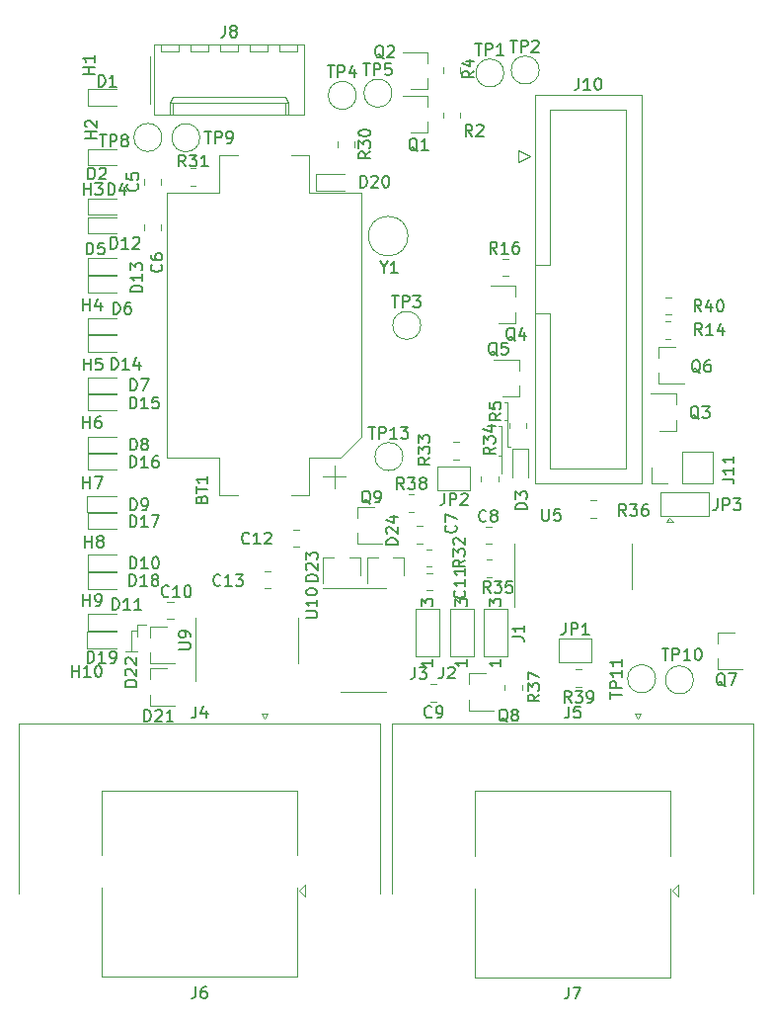
<source format=gbr>
%TF.GenerationSoftware,KiCad,Pcbnew,(6.0.1)*%
%TF.CreationDate,2022-02-13T18:41:53+00:00*%
%TF.ProjectId,module-io,6d6f6475-6c65-42d6-996f-2e6b69636164,rev?*%
%TF.SameCoordinates,Original*%
%TF.FileFunction,Legend,Top*%
%TF.FilePolarity,Positive*%
%FSLAX46Y46*%
G04 Gerber Fmt 4.6, Leading zero omitted, Abs format (unit mm)*
G04 Created by KiCad (PCBNEW (6.0.1)) date 2022-02-13 18:41:53*
%MOMM*%
%LPD*%
G01*
G04 APERTURE LIST*
%ADD10C,0.120000*%
%ADD11C,0.150000*%
G04 APERTURE END LIST*
D10*
X165354000Y-55626000D02*
X165100000Y-55626000D01*
X133096000Y-76962000D02*
X133096000Y-75184000D01*
X133604000Y-76962000D02*
X132588000Y-76962000D01*
X133604000Y-74676000D02*
X134366000Y-74676000D01*
X133604000Y-75184000D02*
X133604000Y-74676000D01*
X133604000Y-74676000D02*
X133604000Y-75692000D01*
X165608000Y-59436000D02*
X165354000Y-59436000D01*
X165354000Y-59436000D02*
X165354000Y-55626000D01*
X165354000Y-57150000D02*
X165100000Y-57150000D01*
X164846000Y-61722000D02*
X164846000Y-57658000D01*
X133096000Y-75184000D02*
X133604000Y-75184000D01*
X164846000Y-60198000D02*
X164592000Y-60198000D01*
X164846000Y-57658000D02*
X164592000Y-57658000D01*
D11*
%TO.C,BT1*%
X139128571Y-63910714D02*
X139176190Y-63767857D01*
X139223809Y-63720238D01*
X139319047Y-63672619D01*
X139461904Y-63672619D01*
X139557142Y-63720238D01*
X139604761Y-63767857D01*
X139652380Y-63863095D01*
X139652380Y-64244047D01*
X138652380Y-64244047D01*
X138652380Y-63910714D01*
X138700000Y-63815476D01*
X138747619Y-63767857D01*
X138842857Y-63720238D01*
X138938095Y-63720238D01*
X139033333Y-63767857D01*
X139080952Y-63815476D01*
X139128571Y-63910714D01*
X139128571Y-64244047D01*
X138652380Y-63386904D02*
X138652380Y-62815476D01*
X139652380Y-63101190D02*
X138652380Y-63101190D01*
X139652380Y-61958333D02*
X139652380Y-62529761D01*
X139652380Y-62244047D02*
X138652380Y-62244047D01*
X138795238Y-62339285D01*
X138890476Y-62434523D01*
X138938095Y-62529761D01*
%TO.C,C5*%
X133602142Y-36904166D02*
X133649761Y-36951785D01*
X133697380Y-37094642D01*
X133697380Y-37189880D01*
X133649761Y-37332738D01*
X133554523Y-37427976D01*
X133459285Y-37475595D01*
X133268809Y-37523214D01*
X133125952Y-37523214D01*
X132935476Y-37475595D01*
X132840238Y-37427976D01*
X132745000Y-37332738D01*
X132697380Y-37189880D01*
X132697380Y-37094642D01*
X132745000Y-36951785D01*
X132792619Y-36904166D01*
X132697380Y-35999404D02*
X132697380Y-36475595D01*
X133173571Y-36523214D01*
X133125952Y-36475595D01*
X133078333Y-36380357D01*
X133078333Y-36142261D01*
X133125952Y-36047023D01*
X133173571Y-35999404D01*
X133268809Y-35951785D01*
X133506904Y-35951785D01*
X133602142Y-35999404D01*
X133649761Y-36047023D01*
X133697380Y-36142261D01*
X133697380Y-36380357D01*
X133649761Y-36475595D01*
X133602142Y-36523214D01*
%TO.C,C6*%
X135657142Y-43816666D02*
X135704761Y-43864285D01*
X135752380Y-44007142D01*
X135752380Y-44102380D01*
X135704761Y-44245238D01*
X135609523Y-44340476D01*
X135514285Y-44388095D01*
X135323809Y-44435714D01*
X135180952Y-44435714D01*
X134990476Y-44388095D01*
X134895238Y-44340476D01*
X134800000Y-44245238D01*
X134752380Y-44102380D01*
X134752380Y-44007142D01*
X134800000Y-43864285D01*
X134847619Y-43816666D01*
X134752380Y-42959523D02*
X134752380Y-43150000D01*
X134800000Y-43245238D01*
X134847619Y-43292857D01*
X134990476Y-43388095D01*
X135180952Y-43435714D01*
X135561904Y-43435714D01*
X135657142Y-43388095D01*
X135704761Y-43340476D01*
X135752380Y-43245238D01*
X135752380Y-43054761D01*
X135704761Y-42959523D01*
X135657142Y-42911904D01*
X135561904Y-42864285D01*
X135323809Y-42864285D01*
X135228571Y-42911904D01*
X135180952Y-42959523D01*
X135133333Y-43054761D01*
X135133333Y-43245238D01*
X135180952Y-43340476D01*
X135228571Y-43388095D01*
X135323809Y-43435714D01*
%TO.C,C7*%
X160907142Y-66166666D02*
X160954761Y-66214285D01*
X161002380Y-66357142D01*
X161002380Y-66452380D01*
X160954761Y-66595238D01*
X160859523Y-66690476D01*
X160764285Y-66738095D01*
X160573809Y-66785714D01*
X160430952Y-66785714D01*
X160240476Y-66738095D01*
X160145238Y-66690476D01*
X160050000Y-66595238D01*
X160002380Y-66452380D01*
X160002380Y-66357142D01*
X160050000Y-66214285D01*
X160097619Y-66166666D01*
X160002380Y-65833333D02*
X160002380Y-65166666D01*
X161002380Y-65595238D01*
%TO.C,C8*%
X163533333Y-65757142D02*
X163485714Y-65804761D01*
X163342857Y-65852380D01*
X163247619Y-65852380D01*
X163104761Y-65804761D01*
X163009523Y-65709523D01*
X162961904Y-65614285D01*
X162914285Y-65423809D01*
X162914285Y-65280952D01*
X162961904Y-65090476D01*
X163009523Y-64995238D01*
X163104761Y-64900000D01*
X163247619Y-64852380D01*
X163342857Y-64852380D01*
X163485714Y-64900000D01*
X163533333Y-64947619D01*
X164104761Y-65280952D02*
X164009523Y-65233333D01*
X163961904Y-65185714D01*
X163914285Y-65090476D01*
X163914285Y-65042857D01*
X163961904Y-64947619D01*
X164009523Y-64900000D01*
X164104761Y-64852380D01*
X164295238Y-64852380D01*
X164390476Y-64900000D01*
X164438095Y-64947619D01*
X164485714Y-65042857D01*
X164485714Y-65090476D01*
X164438095Y-65185714D01*
X164390476Y-65233333D01*
X164295238Y-65280952D01*
X164104761Y-65280952D01*
X164009523Y-65328571D01*
X163961904Y-65376190D01*
X163914285Y-65471428D01*
X163914285Y-65661904D01*
X163961904Y-65757142D01*
X164009523Y-65804761D01*
X164104761Y-65852380D01*
X164295238Y-65852380D01*
X164390476Y-65804761D01*
X164438095Y-65757142D01*
X164485714Y-65661904D01*
X164485714Y-65471428D01*
X164438095Y-65376190D01*
X164390476Y-65328571D01*
X164295238Y-65280952D01*
%TO.C,C9*%
X158845833Y-82537142D02*
X158798214Y-82584761D01*
X158655357Y-82632380D01*
X158560119Y-82632380D01*
X158417261Y-82584761D01*
X158322023Y-82489523D01*
X158274404Y-82394285D01*
X158226785Y-82203809D01*
X158226785Y-82060952D01*
X158274404Y-81870476D01*
X158322023Y-81775238D01*
X158417261Y-81680000D01*
X158560119Y-81632380D01*
X158655357Y-81632380D01*
X158798214Y-81680000D01*
X158845833Y-81727619D01*
X159322023Y-82632380D02*
X159512500Y-82632380D01*
X159607738Y-82584761D01*
X159655357Y-82537142D01*
X159750595Y-82394285D01*
X159798214Y-82203809D01*
X159798214Y-81822857D01*
X159750595Y-81727619D01*
X159702976Y-81680000D01*
X159607738Y-81632380D01*
X159417261Y-81632380D01*
X159322023Y-81680000D01*
X159274404Y-81727619D01*
X159226785Y-81822857D01*
X159226785Y-82060952D01*
X159274404Y-82156190D01*
X159322023Y-82203809D01*
X159417261Y-82251428D01*
X159607738Y-82251428D01*
X159702976Y-82203809D01*
X159750595Y-82156190D01*
X159798214Y-82060952D01*
%TO.C,C10*%
X136307142Y-72207142D02*
X136259523Y-72254761D01*
X136116666Y-72302380D01*
X136021428Y-72302380D01*
X135878571Y-72254761D01*
X135783333Y-72159523D01*
X135735714Y-72064285D01*
X135688095Y-71873809D01*
X135688095Y-71730952D01*
X135735714Y-71540476D01*
X135783333Y-71445238D01*
X135878571Y-71350000D01*
X136021428Y-71302380D01*
X136116666Y-71302380D01*
X136259523Y-71350000D01*
X136307142Y-71397619D01*
X137259523Y-72302380D02*
X136688095Y-72302380D01*
X136973809Y-72302380D02*
X136973809Y-71302380D01*
X136878571Y-71445238D01*
X136783333Y-71540476D01*
X136688095Y-71588095D01*
X137878571Y-71302380D02*
X137973809Y-71302380D01*
X138069047Y-71350000D01*
X138116666Y-71397619D01*
X138164285Y-71492857D01*
X138211904Y-71683333D01*
X138211904Y-71921428D01*
X138164285Y-72111904D01*
X138116666Y-72207142D01*
X138069047Y-72254761D01*
X137973809Y-72302380D01*
X137878571Y-72302380D01*
X137783333Y-72254761D01*
X137735714Y-72207142D01*
X137688095Y-72111904D01*
X137640476Y-71921428D01*
X137640476Y-71683333D01*
X137688095Y-71492857D01*
X137735714Y-71397619D01*
X137783333Y-71350000D01*
X137878571Y-71302380D01*
%TO.C,D1*%
X130289404Y-28562380D02*
X130289404Y-27562380D01*
X130527500Y-27562380D01*
X130670357Y-27610000D01*
X130765595Y-27705238D01*
X130813214Y-27800476D01*
X130860833Y-27990952D01*
X130860833Y-28133809D01*
X130813214Y-28324285D01*
X130765595Y-28419523D01*
X130670357Y-28514761D01*
X130527500Y-28562380D01*
X130289404Y-28562380D01*
X131813214Y-28562380D02*
X131241785Y-28562380D01*
X131527500Y-28562380D02*
X131527500Y-27562380D01*
X131432261Y-27705238D01*
X131337023Y-27800476D01*
X131241785Y-27848095D01*
%TO.C,D2*%
X129411904Y-36502380D02*
X129411904Y-35502380D01*
X129650000Y-35502380D01*
X129792857Y-35550000D01*
X129888095Y-35645238D01*
X129935714Y-35740476D01*
X129983333Y-35930952D01*
X129983333Y-36073809D01*
X129935714Y-36264285D01*
X129888095Y-36359523D01*
X129792857Y-36454761D01*
X129650000Y-36502380D01*
X129411904Y-36502380D01*
X130364285Y-35597619D02*
X130411904Y-35550000D01*
X130507142Y-35502380D01*
X130745238Y-35502380D01*
X130840476Y-35550000D01*
X130888095Y-35597619D01*
X130935714Y-35692857D01*
X130935714Y-35788095D01*
X130888095Y-35930952D01*
X130316666Y-36502380D01*
X130935714Y-36502380D01*
%TO.C,D3*%
X167052380Y-64788095D02*
X166052380Y-64788095D01*
X166052380Y-64550000D01*
X166100000Y-64407142D01*
X166195238Y-64311904D01*
X166290476Y-64264285D01*
X166480952Y-64216666D01*
X166623809Y-64216666D01*
X166814285Y-64264285D01*
X166909523Y-64311904D01*
X167004761Y-64407142D01*
X167052380Y-64550000D01*
X167052380Y-64788095D01*
X166052380Y-63883333D02*
X166052380Y-63264285D01*
X166433333Y-63597619D01*
X166433333Y-63454761D01*
X166480952Y-63359523D01*
X166528571Y-63311904D01*
X166623809Y-63264285D01*
X166861904Y-63264285D01*
X166957142Y-63311904D01*
X167004761Y-63359523D01*
X167052380Y-63454761D01*
X167052380Y-63740476D01*
X167004761Y-63835714D01*
X166957142Y-63883333D01*
%TO.C,D5*%
X129261904Y-42952380D02*
X129261904Y-41952380D01*
X129500000Y-41952380D01*
X129642857Y-42000000D01*
X129738095Y-42095238D01*
X129785714Y-42190476D01*
X129833333Y-42380952D01*
X129833333Y-42523809D01*
X129785714Y-42714285D01*
X129738095Y-42809523D01*
X129642857Y-42904761D01*
X129500000Y-42952380D01*
X129261904Y-42952380D01*
X130738095Y-41952380D02*
X130261904Y-41952380D01*
X130214285Y-42428571D01*
X130261904Y-42380952D01*
X130357142Y-42333333D01*
X130595238Y-42333333D01*
X130690476Y-42380952D01*
X130738095Y-42428571D01*
X130785714Y-42523809D01*
X130785714Y-42761904D01*
X130738095Y-42857142D01*
X130690476Y-42904761D01*
X130595238Y-42952380D01*
X130357142Y-42952380D01*
X130261904Y-42904761D01*
X130214285Y-42857142D01*
%TO.C,D6*%
X131561904Y-48052380D02*
X131561904Y-47052380D01*
X131800000Y-47052380D01*
X131942857Y-47100000D01*
X132038095Y-47195238D01*
X132085714Y-47290476D01*
X132133333Y-47480952D01*
X132133333Y-47623809D01*
X132085714Y-47814285D01*
X132038095Y-47909523D01*
X131942857Y-48004761D01*
X131800000Y-48052380D01*
X131561904Y-48052380D01*
X132990476Y-47052380D02*
X132800000Y-47052380D01*
X132704761Y-47100000D01*
X132657142Y-47147619D01*
X132561904Y-47290476D01*
X132514285Y-47480952D01*
X132514285Y-47861904D01*
X132561904Y-47957142D01*
X132609523Y-48004761D01*
X132704761Y-48052380D01*
X132895238Y-48052380D01*
X132990476Y-48004761D01*
X133038095Y-47957142D01*
X133085714Y-47861904D01*
X133085714Y-47623809D01*
X133038095Y-47528571D01*
X132990476Y-47480952D01*
X132895238Y-47433333D01*
X132704761Y-47433333D01*
X132609523Y-47480952D01*
X132561904Y-47528571D01*
X132514285Y-47623809D01*
%TO.C,D9*%
X133011904Y-64852380D02*
X133011904Y-63852380D01*
X133250000Y-63852380D01*
X133392857Y-63900000D01*
X133488095Y-63995238D01*
X133535714Y-64090476D01*
X133583333Y-64280952D01*
X133583333Y-64423809D01*
X133535714Y-64614285D01*
X133488095Y-64709523D01*
X133392857Y-64804761D01*
X133250000Y-64852380D01*
X133011904Y-64852380D01*
X134059523Y-64852380D02*
X134250000Y-64852380D01*
X134345238Y-64804761D01*
X134392857Y-64757142D01*
X134488095Y-64614285D01*
X134535714Y-64423809D01*
X134535714Y-64042857D01*
X134488095Y-63947619D01*
X134440476Y-63900000D01*
X134345238Y-63852380D01*
X134154761Y-63852380D01*
X134059523Y-63900000D01*
X134011904Y-63947619D01*
X133964285Y-64042857D01*
X133964285Y-64280952D01*
X134011904Y-64376190D01*
X134059523Y-64423809D01*
X134154761Y-64471428D01*
X134345238Y-64471428D01*
X134440476Y-64423809D01*
X134488095Y-64376190D01*
X134535714Y-64280952D01*
%TO.C,D10*%
X132985714Y-69852380D02*
X132985714Y-68852380D01*
X133223809Y-68852380D01*
X133366666Y-68900000D01*
X133461904Y-68995238D01*
X133509523Y-69090476D01*
X133557142Y-69280952D01*
X133557142Y-69423809D01*
X133509523Y-69614285D01*
X133461904Y-69709523D01*
X133366666Y-69804761D01*
X133223809Y-69852380D01*
X132985714Y-69852380D01*
X134509523Y-69852380D02*
X133938095Y-69852380D01*
X134223809Y-69852380D02*
X134223809Y-68852380D01*
X134128571Y-68995238D01*
X134033333Y-69090476D01*
X133938095Y-69138095D01*
X135128571Y-68852380D02*
X135223809Y-68852380D01*
X135319047Y-68900000D01*
X135366666Y-68947619D01*
X135414285Y-69042857D01*
X135461904Y-69233333D01*
X135461904Y-69471428D01*
X135414285Y-69661904D01*
X135366666Y-69757142D01*
X135319047Y-69804761D01*
X135223809Y-69852380D01*
X135128571Y-69852380D01*
X135033333Y-69804761D01*
X134985714Y-69757142D01*
X134938095Y-69661904D01*
X134890476Y-69471428D01*
X134890476Y-69233333D01*
X134938095Y-69042857D01*
X134985714Y-68947619D01*
X135033333Y-68900000D01*
X135128571Y-68852380D01*
%TO.C,D11*%
X131485714Y-73392380D02*
X131485714Y-72392380D01*
X131723809Y-72392380D01*
X131866666Y-72440000D01*
X131961904Y-72535238D01*
X132009523Y-72630476D01*
X132057142Y-72820952D01*
X132057142Y-72963809D01*
X132009523Y-73154285D01*
X131961904Y-73249523D01*
X131866666Y-73344761D01*
X131723809Y-73392380D01*
X131485714Y-73392380D01*
X133009523Y-73392380D02*
X132438095Y-73392380D01*
X132723809Y-73392380D02*
X132723809Y-72392380D01*
X132628571Y-72535238D01*
X132533333Y-72630476D01*
X132438095Y-72678095D01*
X133961904Y-73392380D02*
X133390476Y-73392380D01*
X133676190Y-73392380D02*
X133676190Y-72392380D01*
X133580952Y-72535238D01*
X133485714Y-72630476D01*
X133390476Y-72678095D01*
%TO.C,D12*%
X131335714Y-42452380D02*
X131335714Y-41452380D01*
X131573809Y-41452380D01*
X131716666Y-41500000D01*
X131811904Y-41595238D01*
X131859523Y-41690476D01*
X131907142Y-41880952D01*
X131907142Y-42023809D01*
X131859523Y-42214285D01*
X131811904Y-42309523D01*
X131716666Y-42404761D01*
X131573809Y-42452380D01*
X131335714Y-42452380D01*
X132859523Y-42452380D02*
X132288095Y-42452380D01*
X132573809Y-42452380D02*
X132573809Y-41452380D01*
X132478571Y-41595238D01*
X132383333Y-41690476D01*
X132288095Y-41738095D01*
X133240476Y-41547619D02*
X133288095Y-41500000D01*
X133383333Y-41452380D01*
X133621428Y-41452380D01*
X133716666Y-41500000D01*
X133764285Y-41547619D01*
X133811904Y-41642857D01*
X133811904Y-41738095D01*
X133764285Y-41880952D01*
X133192857Y-42452380D01*
X133811904Y-42452380D01*
%TO.C,D13*%
X134052380Y-46164285D02*
X133052380Y-46164285D01*
X133052380Y-45926190D01*
X133100000Y-45783333D01*
X133195238Y-45688095D01*
X133290476Y-45640476D01*
X133480952Y-45592857D01*
X133623809Y-45592857D01*
X133814285Y-45640476D01*
X133909523Y-45688095D01*
X134004761Y-45783333D01*
X134052380Y-45926190D01*
X134052380Y-46164285D01*
X134052380Y-44640476D02*
X134052380Y-45211904D01*
X134052380Y-44926190D02*
X133052380Y-44926190D01*
X133195238Y-45021428D01*
X133290476Y-45116666D01*
X133338095Y-45211904D01*
X133052380Y-44307142D02*
X133052380Y-43688095D01*
X133433333Y-44021428D01*
X133433333Y-43878571D01*
X133480952Y-43783333D01*
X133528571Y-43735714D01*
X133623809Y-43688095D01*
X133861904Y-43688095D01*
X133957142Y-43735714D01*
X134004761Y-43783333D01*
X134052380Y-43878571D01*
X134052380Y-44164285D01*
X134004761Y-44259523D01*
X133957142Y-44307142D01*
%TO.C,D14*%
X131385714Y-52802380D02*
X131385714Y-51802380D01*
X131623809Y-51802380D01*
X131766666Y-51850000D01*
X131861904Y-51945238D01*
X131909523Y-52040476D01*
X131957142Y-52230952D01*
X131957142Y-52373809D01*
X131909523Y-52564285D01*
X131861904Y-52659523D01*
X131766666Y-52754761D01*
X131623809Y-52802380D01*
X131385714Y-52802380D01*
X132909523Y-52802380D02*
X132338095Y-52802380D01*
X132623809Y-52802380D02*
X132623809Y-51802380D01*
X132528571Y-51945238D01*
X132433333Y-52040476D01*
X132338095Y-52088095D01*
X133766666Y-52135714D02*
X133766666Y-52802380D01*
X133528571Y-51754761D02*
X133290476Y-52469047D01*
X133909523Y-52469047D01*
%TO.C,D15*%
X132985714Y-56152380D02*
X132985714Y-55152380D01*
X133223809Y-55152380D01*
X133366666Y-55200000D01*
X133461904Y-55295238D01*
X133509523Y-55390476D01*
X133557142Y-55580952D01*
X133557142Y-55723809D01*
X133509523Y-55914285D01*
X133461904Y-56009523D01*
X133366666Y-56104761D01*
X133223809Y-56152380D01*
X132985714Y-56152380D01*
X134509523Y-56152380D02*
X133938095Y-56152380D01*
X134223809Y-56152380D02*
X134223809Y-55152380D01*
X134128571Y-55295238D01*
X134033333Y-55390476D01*
X133938095Y-55438095D01*
X135414285Y-55152380D02*
X134938095Y-55152380D01*
X134890476Y-55628571D01*
X134938095Y-55580952D01*
X135033333Y-55533333D01*
X135271428Y-55533333D01*
X135366666Y-55580952D01*
X135414285Y-55628571D01*
X135461904Y-55723809D01*
X135461904Y-55961904D01*
X135414285Y-56057142D01*
X135366666Y-56104761D01*
X135271428Y-56152380D01*
X135033333Y-56152380D01*
X134938095Y-56104761D01*
X134890476Y-56057142D01*
%TO.C,D16*%
X132985714Y-61202380D02*
X132985714Y-60202380D01*
X133223809Y-60202380D01*
X133366666Y-60250000D01*
X133461904Y-60345238D01*
X133509523Y-60440476D01*
X133557142Y-60630952D01*
X133557142Y-60773809D01*
X133509523Y-60964285D01*
X133461904Y-61059523D01*
X133366666Y-61154761D01*
X133223809Y-61202380D01*
X132985714Y-61202380D01*
X134509523Y-61202380D02*
X133938095Y-61202380D01*
X134223809Y-61202380D02*
X134223809Y-60202380D01*
X134128571Y-60345238D01*
X134033333Y-60440476D01*
X133938095Y-60488095D01*
X135366666Y-60202380D02*
X135176190Y-60202380D01*
X135080952Y-60250000D01*
X135033333Y-60297619D01*
X134938095Y-60440476D01*
X134890476Y-60630952D01*
X134890476Y-61011904D01*
X134938095Y-61107142D01*
X134985714Y-61154761D01*
X135080952Y-61202380D01*
X135271428Y-61202380D01*
X135366666Y-61154761D01*
X135414285Y-61107142D01*
X135461904Y-61011904D01*
X135461904Y-60773809D01*
X135414285Y-60678571D01*
X135366666Y-60630952D01*
X135271428Y-60583333D01*
X135080952Y-60583333D01*
X134985714Y-60630952D01*
X134938095Y-60678571D01*
X134890476Y-60773809D01*
%TO.C,D17*%
X132985714Y-66302380D02*
X132985714Y-65302380D01*
X133223809Y-65302380D01*
X133366666Y-65350000D01*
X133461904Y-65445238D01*
X133509523Y-65540476D01*
X133557142Y-65730952D01*
X133557142Y-65873809D01*
X133509523Y-66064285D01*
X133461904Y-66159523D01*
X133366666Y-66254761D01*
X133223809Y-66302380D01*
X132985714Y-66302380D01*
X134509523Y-66302380D02*
X133938095Y-66302380D01*
X134223809Y-66302380D02*
X134223809Y-65302380D01*
X134128571Y-65445238D01*
X134033333Y-65540476D01*
X133938095Y-65588095D01*
X134842857Y-65302380D02*
X135509523Y-65302380D01*
X135080952Y-66302380D01*
%TO.C,D18*%
X132935714Y-71352380D02*
X132935714Y-70352380D01*
X133173809Y-70352380D01*
X133316666Y-70400000D01*
X133411904Y-70495238D01*
X133459523Y-70590476D01*
X133507142Y-70780952D01*
X133507142Y-70923809D01*
X133459523Y-71114285D01*
X133411904Y-71209523D01*
X133316666Y-71304761D01*
X133173809Y-71352380D01*
X132935714Y-71352380D01*
X134459523Y-71352380D02*
X133888095Y-71352380D01*
X134173809Y-71352380D02*
X134173809Y-70352380D01*
X134078571Y-70495238D01*
X133983333Y-70590476D01*
X133888095Y-70638095D01*
X135030952Y-70780952D02*
X134935714Y-70733333D01*
X134888095Y-70685714D01*
X134840476Y-70590476D01*
X134840476Y-70542857D01*
X134888095Y-70447619D01*
X134935714Y-70400000D01*
X135030952Y-70352380D01*
X135221428Y-70352380D01*
X135316666Y-70400000D01*
X135364285Y-70447619D01*
X135411904Y-70542857D01*
X135411904Y-70590476D01*
X135364285Y-70685714D01*
X135316666Y-70733333D01*
X135221428Y-70780952D01*
X135030952Y-70780952D01*
X134935714Y-70828571D01*
X134888095Y-70876190D01*
X134840476Y-70971428D01*
X134840476Y-71161904D01*
X134888095Y-71257142D01*
X134935714Y-71304761D01*
X135030952Y-71352380D01*
X135221428Y-71352380D01*
X135316666Y-71304761D01*
X135364285Y-71257142D01*
X135411904Y-71161904D01*
X135411904Y-70971428D01*
X135364285Y-70876190D01*
X135316666Y-70828571D01*
X135221428Y-70780952D01*
%TO.C,D19*%
X129341714Y-77922380D02*
X129341714Y-76922380D01*
X129579809Y-76922380D01*
X129722666Y-76970000D01*
X129817904Y-77065238D01*
X129865523Y-77160476D01*
X129913142Y-77350952D01*
X129913142Y-77493809D01*
X129865523Y-77684285D01*
X129817904Y-77779523D01*
X129722666Y-77874761D01*
X129579809Y-77922380D01*
X129341714Y-77922380D01*
X130865523Y-77922380D02*
X130294095Y-77922380D01*
X130579809Y-77922380D02*
X130579809Y-76922380D01*
X130484571Y-77065238D01*
X130389333Y-77160476D01*
X130294095Y-77208095D01*
X131341714Y-77922380D02*
X131532190Y-77922380D01*
X131627428Y-77874761D01*
X131675047Y-77827142D01*
X131770285Y-77684285D01*
X131817904Y-77493809D01*
X131817904Y-77112857D01*
X131770285Y-77017619D01*
X131722666Y-76970000D01*
X131627428Y-76922380D01*
X131436952Y-76922380D01*
X131341714Y-76970000D01*
X131294095Y-77017619D01*
X131246476Y-77112857D01*
X131246476Y-77350952D01*
X131294095Y-77446190D01*
X131341714Y-77493809D01*
X131436952Y-77541428D01*
X131627428Y-77541428D01*
X131722666Y-77493809D01*
X131770285Y-77446190D01*
X131817904Y-77350952D01*
%TO.C,D20*%
X152735714Y-37202380D02*
X152735714Y-36202380D01*
X152973809Y-36202380D01*
X153116666Y-36250000D01*
X153211904Y-36345238D01*
X153259523Y-36440476D01*
X153307142Y-36630952D01*
X153307142Y-36773809D01*
X153259523Y-36964285D01*
X153211904Y-37059523D01*
X153116666Y-37154761D01*
X152973809Y-37202380D01*
X152735714Y-37202380D01*
X153688095Y-36297619D02*
X153735714Y-36250000D01*
X153830952Y-36202380D01*
X154069047Y-36202380D01*
X154164285Y-36250000D01*
X154211904Y-36297619D01*
X154259523Y-36392857D01*
X154259523Y-36488095D01*
X154211904Y-36630952D01*
X153640476Y-37202380D01*
X154259523Y-37202380D01*
X154878571Y-36202380D02*
X154973809Y-36202380D01*
X155069047Y-36250000D01*
X155116666Y-36297619D01*
X155164285Y-36392857D01*
X155211904Y-36583333D01*
X155211904Y-36821428D01*
X155164285Y-37011904D01*
X155116666Y-37107142D01*
X155069047Y-37154761D01*
X154973809Y-37202380D01*
X154878571Y-37202380D01*
X154783333Y-37154761D01*
X154735714Y-37107142D01*
X154688095Y-37011904D01*
X154640476Y-36821428D01*
X154640476Y-36583333D01*
X154688095Y-36392857D01*
X154735714Y-36297619D01*
X154783333Y-36250000D01*
X154878571Y-36202380D01*
%TO.C,D21*%
X134210714Y-82952380D02*
X134210714Y-81952380D01*
X134448809Y-81952380D01*
X134591666Y-82000000D01*
X134686904Y-82095238D01*
X134734523Y-82190476D01*
X134782142Y-82380952D01*
X134782142Y-82523809D01*
X134734523Y-82714285D01*
X134686904Y-82809523D01*
X134591666Y-82904761D01*
X134448809Y-82952380D01*
X134210714Y-82952380D01*
X135163095Y-82047619D02*
X135210714Y-82000000D01*
X135305952Y-81952380D01*
X135544047Y-81952380D01*
X135639285Y-82000000D01*
X135686904Y-82047619D01*
X135734523Y-82142857D01*
X135734523Y-82238095D01*
X135686904Y-82380952D01*
X135115476Y-82952380D01*
X135734523Y-82952380D01*
X136686904Y-82952380D02*
X136115476Y-82952380D01*
X136401190Y-82952380D02*
X136401190Y-81952380D01*
X136305952Y-82095238D01*
X136210714Y-82190476D01*
X136115476Y-82238095D01*
%TO.C,D22*%
X133548380Y-79954285D02*
X132548380Y-79954285D01*
X132548380Y-79716190D01*
X132596000Y-79573333D01*
X132691238Y-79478095D01*
X132786476Y-79430476D01*
X132976952Y-79382857D01*
X133119809Y-79382857D01*
X133310285Y-79430476D01*
X133405523Y-79478095D01*
X133500761Y-79573333D01*
X133548380Y-79716190D01*
X133548380Y-79954285D01*
X132643619Y-79001904D02*
X132596000Y-78954285D01*
X132548380Y-78859047D01*
X132548380Y-78620952D01*
X132596000Y-78525714D01*
X132643619Y-78478095D01*
X132738857Y-78430476D01*
X132834095Y-78430476D01*
X132976952Y-78478095D01*
X133548380Y-79049523D01*
X133548380Y-78430476D01*
X132643619Y-78049523D02*
X132596000Y-78001904D01*
X132548380Y-77906666D01*
X132548380Y-77668571D01*
X132596000Y-77573333D01*
X132643619Y-77525714D01*
X132738857Y-77478095D01*
X132834095Y-77478095D01*
X132976952Y-77525714D01*
X133548380Y-78097142D01*
X133548380Y-77478095D01*
%TO.C,D23*%
X149077380Y-70914285D02*
X148077380Y-70914285D01*
X148077380Y-70676190D01*
X148125000Y-70533333D01*
X148220238Y-70438095D01*
X148315476Y-70390476D01*
X148505952Y-70342857D01*
X148648809Y-70342857D01*
X148839285Y-70390476D01*
X148934523Y-70438095D01*
X149029761Y-70533333D01*
X149077380Y-70676190D01*
X149077380Y-70914285D01*
X148172619Y-69961904D02*
X148125000Y-69914285D01*
X148077380Y-69819047D01*
X148077380Y-69580952D01*
X148125000Y-69485714D01*
X148172619Y-69438095D01*
X148267857Y-69390476D01*
X148363095Y-69390476D01*
X148505952Y-69438095D01*
X149077380Y-70009523D01*
X149077380Y-69390476D01*
X148077380Y-69057142D02*
X148077380Y-68438095D01*
X148458333Y-68771428D01*
X148458333Y-68628571D01*
X148505952Y-68533333D01*
X148553571Y-68485714D01*
X148648809Y-68438095D01*
X148886904Y-68438095D01*
X148982142Y-68485714D01*
X149029761Y-68533333D01*
X149077380Y-68628571D01*
X149077380Y-68914285D01*
X149029761Y-69009523D01*
X148982142Y-69057142D01*
%TO.C,D24*%
X155952380Y-67814285D02*
X154952380Y-67814285D01*
X154952380Y-67576190D01*
X155000000Y-67433333D01*
X155095238Y-67338095D01*
X155190476Y-67290476D01*
X155380952Y-67242857D01*
X155523809Y-67242857D01*
X155714285Y-67290476D01*
X155809523Y-67338095D01*
X155904761Y-67433333D01*
X155952380Y-67576190D01*
X155952380Y-67814285D01*
X155047619Y-66861904D02*
X155000000Y-66814285D01*
X154952380Y-66719047D01*
X154952380Y-66480952D01*
X155000000Y-66385714D01*
X155047619Y-66338095D01*
X155142857Y-66290476D01*
X155238095Y-66290476D01*
X155380952Y-66338095D01*
X155952380Y-66909523D01*
X155952380Y-66290476D01*
X155285714Y-65433333D02*
X155952380Y-65433333D01*
X154904761Y-65671428D02*
X155619047Y-65909523D01*
X155619047Y-65290476D01*
%TO.C,J1*%
X165782380Y-75713333D02*
X166496666Y-75713333D01*
X166639523Y-75760952D01*
X166734761Y-75856190D01*
X166782380Y-75999047D01*
X166782380Y-76094285D01*
X166782380Y-74713333D02*
X166782380Y-75284761D01*
X166782380Y-74999047D02*
X165782380Y-74999047D01*
X165925238Y-75094285D01*
X166020476Y-75189523D01*
X166068095Y-75284761D01*
X163802380Y-73063333D02*
X163802380Y-72444285D01*
X164183333Y-72777619D01*
X164183333Y-72634761D01*
X164230952Y-72539523D01*
X164278571Y-72491904D01*
X164373809Y-72444285D01*
X164611904Y-72444285D01*
X164707142Y-72491904D01*
X164754761Y-72539523D01*
X164802380Y-72634761D01*
X164802380Y-72920476D01*
X164754761Y-73015714D01*
X164707142Y-73063333D01*
X164802380Y-77644285D02*
X164802380Y-78215714D01*
X164802380Y-77930000D02*
X163802380Y-77930000D01*
X163945238Y-78025238D01*
X164040476Y-78120476D01*
X164088095Y-78215714D01*
%TO.C,J3*%
X157406666Y-78322380D02*
X157406666Y-79036666D01*
X157359047Y-79179523D01*
X157263809Y-79274761D01*
X157120952Y-79322380D01*
X157025714Y-79322380D01*
X157787619Y-78322380D02*
X158406666Y-78322380D01*
X158073333Y-78703333D01*
X158216190Y-78703333D01*
X158311428Y-78750952D01*
X158359047Y-78798571D01*
X158406666Y-78893809D01*
X158406666Y-79131904D01*
X158359047Y-79227142D01*
X158311428Y-79274761D01*
X158216190Y-79322380D01*
X157930476Y-79322380D01*
X157835238Y-79274761D01*
X157787619Y-79227142D01*
X158962380Y-77644285D02*
X158962380Y-78215714D01*
X158962380Y-77930000D02*
X157962380Y-77930000D01*
X158105238Y-78025238D01*
X158200476Y-78120476D01*
X158248095Y-78215714D01*
X157962380Y-73063333D02*
X157962380Y-72444285D01*
X158343333Y-72777619D01*
X158343333Y-72634761D01*
X158390952Y-72539523D01*
X158438571Y-72491904D01*
X158533809Y-72444285D01*
X158771904Y-72444285D01*
X158867142Y-72491904D01*
X158914761Y-72539523D01*
X158962380Y-72634761D01*
X158962380Y-72920476D01*
X158914761Y-73015714D01*
X158867142Y-73063333D01*
%TO.C,J4*%
X138626666Y-81652380D02*
X138626666Y-82366666D01*
X138579047Y-82509523D01*
X138483809Y-82604761D01*
X138340952Y-82652380D01*
X138245714Y-82652380D01*
X139531428Y-81985714D02*
X139531428Y-82652380D01*
X139293333Y-81604761D02*
X139055238Y-82319047D01*
X139674285Y-82319047D01*
%TO.C,J5*%
X170626666Y-81652380D02*
X170626666Y-82366666D01*
X170579047Y-82509523D01*
X170483809Y-82604761D01*
X170340952Y-82652380D01*
X170245714Y-82652380D01*
X171579047Y-81652380D02*
X171102857Y-81652380D01*
X171055238Y-82128571D01*
X171102857Y-82080952D01*
X171198095Y-82033333D01*
X171436190Y-82033333D01*
X171531428Y-82080952D01*
X171579047Y-82128571D01*
X171626666Y-82223809D01*
X171626666Y-82461904D01*
X171579047Y-82557142D01*
X171531428Y-82604761D01*
X171436190Y-82652380D01*
X171198095Y-82652380D01*
X171102857Y-82604761D01*
X171055238Y-82557142D01*
%TO.C,J6*%
X138621666Y-105667380D02*
X138621666Y-106381666D01*
X138574047Y-106524523D01*
X138478809Y-106619761D01*
X138335952Y-106667380D01*
X138240714Y-106667380D01*
X139526428Y-105667380D02*
X139335952Y-105667380D01*
X139240714Y-105715000D01*
X139193095Y-105762619D01*
X139097857Y-105905476D01*
X139050238Y-106095952D01*
X139050238Y-106476904D01*
X139097857Y-106572142D01*
X139145476Y-106619761D01*
X139240714Y-106667380D01*
X139431190Y-106667380D01*
X139526428Y-106619761D01*
X139574047Y-106572142D01*
X139621666Y-106476904D01*
X139621666Y-106238809D01*
X139574047Y-106143571D01*
X139526428Y-106095952D01*
X139431190Y-106048333D01*
X139240714Y-106048333D01*
X139145476Y-106095952D01*
X139097857Y-106143571D01*
X139050238Y-106238809D01*
%TO.C,J7*%
X170606666Y-105702380D02*
X170606666Y-106416666D01*
X170559047Y-106559523D01*
X170463809Y-106654761D01*
X170320952Y-106702380D01*
X170225714Y-106702380D01*
X170987619Y-105702380D02*
X171654285Y-105702380D01*
X171225714Y-106702380D01*
%TO.C,J8*%
X141144666Y-23332380D02*
X141144666Y-24046666D01*
X141097047Y-24189523D01*
X141001809Y-24284761D01*
X140858952Y-24332380D01*
X140763714Y-24332380D01*
X141763714Y-23760952D02*
X141668476Y-23713333D01*
X141620857Y-23665714D01*
X141573238Y-23570476D01*
X141573238Y-23522857D01*
X141620857Y-23427619D01*
X141668476Y-23380000D01*
X141763714Y-23332380D01*
X141954190Y-23332380D01*
X142049428Y-23380000D01*
X142097047Y-23427619D01*
X142144666Y-23522857D01*
X142144666Y-23570476D01*
X142097047Y-23665714D01*
X142049428Y-23713333D01*
X141954190Y-23760952D01*
X141763714Y-23760952D01*
X141668476Y-23808571D01*
X141620857Y-23856190D01*
X141573238Y-23951428D01*
X141573238Y-24141904D01*
X141620857Y-24237142D01*
X141668476Y-24284761D01*
X141763714Y-24332380D01*
X141954190Y-24332380D01*
X142049428Y-24284761D01*
X142097047Y-24237142D01*
X142144666Y-24141904D01*
X142144666Y-23951428D01*
X142097047Y-23856190D01*
X142049428Y-23808571D01*
X141954190Y-23760952D01*
%TO.C,J10*%
X171460476Y-27852380D02*
X171460476Y-28566666D01*
X171412857Y-28709523D01*
X171317619Y-28804761D01*
X171174761Y-28852380D01*
X171079523Y-28852380D01*
X172460476Y-28852380D02*
X171889047Y-28852380D01*
X172174761Y-28852380D02*
X172174761Y-27852380D01*
X172079523Y-27995238D01*
X171984285Y-28090476D01*
X171889047Y-28138095D01*
X173079523Y-27852380D02*
X173174761Y-27852380D01*
X173270000Y-27900000D01*
X173317619Y-27947619D01*
X173365238Y-28042857D01*
X173412857Y-28233333D01*
X173412857Y-28471428D01*
X173365238Y-28661904D01*
X173317619Y-28757142D01*
X173270000Y-28804761D01*
X173174761Y-28852380D01*
X173079523Y-28852380D01*
X172984285Y-28804761D01*
X172936666Y-28757142D01*
X172889047Y-28661904D01*
X172841428Y-28471428D01*
X172841428Y-28233333D01*
X172889047Y-28042857D01*
X172936666Y-27947619D01*
X172984285Y-27900000D01*
X173079523Y-27852380D01*
%TO.C,JP1*%
X170346666Y-74502380D02*
X170346666Y-75216666D01*
X170299047Y-75359523D01*
X170203809Y-75454761D01*
X170060952Y-75502380D01*
X169965714Y-75502380D01*
X170822857Y-75502380D02*
X170822857Y-74502380D01*
X171203809Y-74502380D01*
X171299047Y-74550000D01*
X171346666Y-74597619D01*
X171394285Y-74692857D01*
X171394285Y-74835714D01*
X171346666Y-74930952D01*
X171299047Y-74978571D01*
X171203809Y-75026190D01*
X170822857Y-75026190D01*
X172346666Y-75502380D02*
X171775238Y-75502380D01*
X172060952Y-75502380D02*
X172060952Y-74502380D01*
X171965714Y-74645238D01*
X171870476Y-74740476D01*
X171775238Y-74788095D01*
%TO.C,JP2*%
X159946666Y-63402380D02*
X159946666Y-64116666D01*
X159899047Y-64259523D01*
X159803809Y-64354761D01*
X159660952Y-64402380D01*
X159565714Y-64402380D01*
X160422857Y-64402380D02*
X160422857Y-63402380D01*
X160803809Y-63402380D01*
X160899047Y-63450000D01*
X160946666Y-63497619D01*
X160994285Y-63592857D01*
X160994285Y-63735714D01*
X160946666Y-63830952D01*
X160899047Y-63878571D01*
X160803809Y-63926190D01*
X160422857Y-63926190D01*
X161375238Y-63497619D02*
X161422857Y-63450000D01*
X161518095Y-63402380D01*
X161756190Y-63402380D01*
X161851428Y-63450000D01*
X161899047Y-63497619D01*
X161946666Y-63592857D01*
X161946666Y-63688095D01*
X161899047Y-63830952D01*
X161327619Y-64402380D01*
X161946666Y-64402380D01*
%TO.C,Q1*%
X157654761Y-34097619D02*
X157559523Y-34050000D01*
X157464285Y-33954761D01*
X157321428Y-33811904D01*
X157226190Y-33764285D01*
X157130952Y-33764285D01*
X157178571Y-34002380D02*
X157083333Y-33954761D01*
X156988095Y-33859523D01*
X156940476Y-33669047D01*
X156940476Y-33335714D01*
X156988095Y-33145238D01*
X157083333Y-33050000D01*
X157178571Y-33002380D01*
X157369047Y-33002380D01*
X157464285Y-33050000D01*
X157559523Y-33145238D01*
X157607142Y-33335714D01*
X157607142Y-33669047D01*
X157559523Y-33859523D01*
X157464285Y-33954761D01*
X157369047Y-34002380D01*
X157178571Y-34002380D01*
X158559523Y-34002380D02*
X157988095Y-34002380D01*
X158273809Y-34002380D02*
X158273809Y-33002380D01*
X158178571Y-33145238D01*
X158083333Y-33240476D01*
X157988095Y-33288095D01*
%TO.C,Q2*%
X154754761Y-26172619D02*
X154659523Y-26125000D01*
X154564285Y-26029761D01*
X154421428Y-25886904D01*
X154326190Y-25839285D01*
X154230952Y-25839285D01*
X154278571Y-26077380D02*
X154183333Y-26029761D01*
X154088095Y-25934523D01*
X154040476Y-25744047D01*
X154040476Y-25410714D01*
X154088095Y-25220238D01*
X154183333Y-25125000D01*
X154278571Y-25077380D01*
X154469047Y-25077380D01*
X154564285Y-25125000D01*
X154659523Y-25220238D01*
X154707142Y-25410714D01*
X154707142Y-25744047D01*
X154659523Y-25934523D01*
X154564285Y-26029761D01*
X154469047Y-26077380D01*
X154278571Y-26077380D01*
X155088095Y-25172619D02*
X155135714Y-25125000D01*
X155230952Y-25077380D01*
X155469047Y-25077380D01*
X155564285Y-25125000D01*
X155611904Y-25172619D01*
X155659523Y-25267857D01*
X155659523Y-25363095D01*
X155611904Y-25505952D01*
X155040476Y-26077380D01*
X155659523Y-26077380D01*
%TO.C,Q3*%
X181779761Y-57047619D02*
X181684523Y-57000000D01*
X181589285Y-56904761D01*
X181446428Y-56761904D01*
X181351190Y-56714285D01*
X181255952Y-56714285D01*
X181303571Y-56952380D02*
X181208333Y-56904761D01*
X181113095Y-56809523D01*
X181065476Y-56619047D01*
X181065476Y-56285714D01*
X181113095Y-56095238D01*
X181208333Y-56000000D01*
X181303571Y-55952380D01*
X181494047Y-55952380D01*
X181589285Y-56000000D01*
X181684523Y-56095238D01*
X181732142Y-56285714D01*
X181732142Y-56619047D01*
X181684523Y-56809523D01*
X181589285Y-56904761D01*
X181494047Y-56952380D01*
X181303571Y-56952380D01*
X182065476Y-55952380D02*
X182684523Y-55952380D01*
X182351190Y-56333333D01*
X182494047Y-56333333D01*
X182589285Y-56380952D01*
X182636904Y-56428571D01*
X182684523Y-56523809D01*
X182684523Y-56761904D01*
X182636904Y-56857142D01*
X182589285Y-56904761D01*
X182494047Y-56952380D01*
X182208333Y-56952380D01*
X182113095Y-56904761D01*
X182065476Y-56857142D01*
%TO.C,Q5*%
X164496761Y-51601619D02*
X164401523Y-51554000D01*
X164306285Y-51458761D01*
X164163428Y-51315904D01*
X164068190Y-51268285D01*
X163972952Y-51268285D01*
X164020571Y-51506380D02*
X163925333Y-51458761D01*
X163830095Y-51363523D01*
X163782476Y-51173047D01*
X163782476Y-50839714D01*
X163830095Y-50649238D01*
X163925333Y-50554000D01*
X164020571Y-50506380D01*
X164211047Y-50506380D01*
X164306285Y-50554000D01*
X164401523Y-50649238D01*
X164449142Y-50839714D01*
X164449142Y-51173047D01*
X164401523Y-51363523D01*
X164306285Y-51458761D01*
X164211047Y-51506380D01*
X164020571Y-51506380D01*
X165353904Y-50506380D02*
X164877714Y-50506380D01*
X164830095Y-50982571D01*
X164877714Y-50934952D01*
X164972952Y-50887333D01*
X165211047Y-50887333D01*
X165306285Y-50934952D01*
X165353904Y-50982571D01*
X165401523Y-51077809D01*
X165401523Y-51315904D01*
X165353904Y-51411142D01*
X165306285Y-51458761D01*
X165211047Y-51506380D01*
X164972952Y-51506380D01*
X164877714Y-51458761D01*
X164830095Y-51411142D01*
%TO.C,Q6*%
X181904761Y-53097619D02*
X181809523Y-53050000D01*
X181714285Y-52954761D01*
X181571428Y-52811904D01*
X181476190Y-52764285D01*
X181380952Y-52764285D01*
X181428571Y-53002380D02*
X181333333Y-52954761D01*
X181238095Y-52859523D01*
X181190476Y-52669047D01*
X181190476Y-52335714D01*
X181238095Y-52145238D01*
X181333333Y-52050000D01*
X181428571Y-52002380D01*
X181619047Y-52002380D01*
X181714285Y-52050000D01*
X181809523Y-52145238D01*
X181857142Y-52335714D01*
X181857142Y-52669047D01*
X181809523Y-52859523D01*
X181714285Y-52954761D01*
X181619047Y-53002380D01*
X181428571Y-53002380D01*
X182714285Y-52002380D02*
X182523809Y-52002380D01*
X182428571Y-52050000D01*
X182380952Y-52097619D01*
X182285714Y-52240476D01*
X182238095Y-52430952D01*
X182238095Y-52811904D01*
X182285714Y-52907142D01*
X182333333Y-52954761D01*
X182428571Y-53002380D01*
X182619047Y-53002380D01*
X182714285Y-52954761D01*
X182761904Y-52907142D01*
X182809523Y-52811904D01*
X182809523Y-52573809D01*
X182761904Y-52478571D01*
X182714285Y-52430952D01*
X182619047Y-52383333D01*
X182428571Y-52383333D01*
X182333333Y-52430952D01*
X182285714Y-52478571D01*
X182238095Y-52573809D01*
%TO.C,Q7*%
X184038761Y-79943619D02*
X183943523Y-79896000D01*
X183848285Y-79800761D01*
X183705428Y-79657904D01*
X183610190Y-79610285D01*
X183514952Y-79610285D01*
X183562571Y-79848380D02*
X183467333Y-79800761D01*
X183372095Y-79705523D01*
X183324476Y-79515047D01*
X183324476Y-79181714D01*
X183372095Y-78991238D01*
X183467333Y-78896000D01*
X183562571Y-78848380D01*
X183753047Y-78848380D01*
X183848285Y-78896000D01*
X183943523Y-78991238D01*
X183991142Y-79181714D01*
X183991142Y-79515047D01*
X183943523Y-79705523D01*
X183848285Y-79800761D01*
X183753047Y-79848380D01*
X183562571Y-79848380D01*
X184324476Y-78848380D02*
X184991142Y-78848380D01*
X184562571Y-79848380D01*
%TO.C,Q8*%
X165364761Y-82997619D02*
X165269523Y-82950000D01*
X165174285Y-82854761D01*
X165031428Y-82711904D01*
X164936190Y-82664285D01*
X164840952Y-82664285D01*
X164888571Y-82902380D02*
X164793333Y-82854761D01*
X164698095Y-82759523D01*
X164650476Y-82569047D01*
X164650476Y-82235714D01*
X164698095Y-82045238D01*
X164793333Y-81950000D01*
X164888571Y-81902380D01*
X165079047Y-81902380D01*
X165174285Y-81950000D01*
X165269523Y-82045238D01*
X165317142Y-82235714D01*
X165317142Y-82569047D01*
X165269523Y-82759523D01*
X165174285Y-82854761D01*
X165079047Y-82902380D01*
X164888571Y-82902380D01*
X165888571Y-82330952D02*
X165793333Y-82283333D01*
X165745714Y-82235714D01*
X165698095Y-82140476D01*
X165698095Y-82092857D01*
X165745714Y-81997619D01*
X165793333Y-81950000D01*
X165888571Y-81902380D01*
X166079047Y-81902380D01*
X166174285Y-81950000D01*
X166221904Y-81997619D01*
X166269523Y-82092857D01*
X166269523Y-82140476D01*
X166221904Y-82235714D01*
X166174285Y-82283333D01*
X166079047Y-82330952D01*
X165888571Y-82330952D01*
X165793333Y-82378571D01*
X165745714Y-82426190D01*
X165698095Y-82521428D01*
X165698095Y-82711904D01*
X165745714Y-82807142D01*
X165793333Y-82854761D01*
X165888571Y-82902380D01*
X166079047Y-82902380D01*
X166174285Y-82854761D01*
X166221904Y-82807142D01*
X166269523Y-82711904D01*
X166269523Y-82521428D01*
X166221904Y-82426190D01*
X166174285Y-82378571D01*
X166079047Y-82330952D01*
%TO.C,Q9*%
X153604761Y-64297619D02*
X153509523Y-64250000D01*
X153414285Y-64154761D01*
X153271428Y-64011904D01*
X153176190Y-63964285D01*
X153080952Y-63964285D01*
X153128571Y-64202380D02*
X153033333Y-64154761D01*
X152938095Y-64059523D01*
X152890476Y-63869047D01*
X152890476Y-63535714D01*
X152938095Y-63345238D01*
X153033333Y-63250000D01*
X153128571Y-63202380D01*
X153319047Y-63202380D01*
X153414285Y-63250000D01*
X153509523Y-63345238D01*
X153557142Y-63535714D01*
X153557142Y-63869047D01*
X153509523Y-64059523D01*
X153414285Y-64154761D01*
X153319047Y-64202380D01*
X153128571Y-64202380D01*
X154033333Y-64202380D02*
X154223809Y-64202380D01*
X154319047Y-64154761D01*
X154366666Y-64107142D01*
X154461904Y-63964285D01*
X154509523Y-63773809D01*
X154509523Y-63392857D01*
X154461904Y-63297619D01*
X154414285Y-63250000D01*
X154319047Y-63202380D01*
X154128571Y-63202380D01*
X154033333Y-63250000D01*
X153985714Y-63297619D01*
X153938095Y-63392857D01*
X153938095Y-63630952D01*
X153985714Y-63726190D01*
X154033333Y-63773809D01*
X154128571Y-63821428D01*
X154319047Y-63821428D01*
X154414285Y-63773809D01*
X154461904Y-63726190D01*
X154509523Y-63630952D01*
%TO.C,R2*%
X162333333Y-32827380D02*
X162000000Y-32351190D01*
X161761904Y-32827380D02*
X161761904Y-31827380D01*
X162142857Y-31827380D01*
X162238095Y-31875000D01*
X162285714Y-31922619D01*
X162333333Y-32017857D01*
X162333333Y-32160714D01*
X162285714Y-32255952D01*
X162238095Y-32303571D01*
X162142857Y-32351190D01*
X161761904Y-32351190D01*
X162714285Y-31922619D02*
X162761904Y-31875000D01*
X162857142Y-31827380D01*
X163095238Y-31827380D01*
X163190476Y-31875000D01*
X163238095Y-31922619D01*
X163285714Y-32017857D01*
X163285714Y-32113095D01*
X163238095Y-32255952D01*
X162666666Y-32827380D01*
X163285714Y-32827380D01*
%TO.C,R4*%
X162502380Y-27216666D02*
X162026190Y-27550000D01*
X162502380Y-27788095D02*
X161502380Y-27788095D01*
X161502380Y-27407142D01*
X161550000Y-27311904D01*
X161597619Y-27264285D01*
X161692857Y-27216666D01*
X161835714Y-27216666D01*
X161930952Y-27264285D01*
X161978571Y-27311904D01*
X162026190Y-27407142D01*
X162026190Y-27788095D01*
X161835714Y-26359523D02*
X162502380Y-26359523D01*
X161454761Y-26597619D02*
X162169047Y-26835714D01*
X162169047Y-26216666D01*
%TO.C,R5*%
X164790380Y-56554666D02*
X164314190Y-56888000D01*
X164790380Y-57126095D02*
X163790380Y-57126095D01*
X163790380Y-56745142D01*
X163838000Y-56649904D01*
X163885619Y-56602285D01*
X163980857Y-56554666D01*
X164123714Y-56554666D01*
X164218952Y-56602285D01*
X164266571Y-56649904D01*
X164314190Y-56745142D01*
X164314190Y-57126095D01*
X163790380Y-55649904D02*
X163790380Y-56126095D01*
X164266571Y-56173714D01*
X164218952Y-56126095D01*
X164171333Y-56030857D01*
X164171333Y-55792761D01*
X164218952Y-55697523D01*
X164266571Y-55649904D01*
X164361809Y-55602285D01*
X164599904Y-55602285D01*
X164695142Y-55649904D01*
X164742761Y-55697523D01*
X164790380Y-55792761D01*
X164790380Y-56030857D01*
X164742761Y-56126095D01*
X164695142Y-56173714D01*
%TO.C,R14*%
X182032142Y-49852380D02*
X181698809Y-49376190D01*
X181460714Y-49852380D02*
X181460714Y-48852380D01*
X181841666Y-48852380D01*
X181936904Y-48900000D01*
X181984523Y-48947619D01*
X182032142Y-49042857D01*
X182032142Y-49185714D01*
X181984523Y-49280952D01*
X181936904Y-49328571D01*
X181841666Y-49376190D01*
X181460714Y-49376190D01*
X182984523Y-49852380D02*
X182413095Y-49852380D01*
X182698809Y-49852380D02*
X182698809Y-48852380D01*
X182603571Y-48995238D01*
X182508333Y-49090476D01*
X182413095Y-49138095D01*
X183841666Y-49185714D02*
X183841666Y-49852380D01*
X183603571Y-48804761D02*
X183365476Y-49519047D01*
X183984523Y-49519047D01*
%TO.C,R16*%
X164457142Y-42870380D02*
X164123809Y-42394190D01*
X163885714Y-42870380D02*
X163885714Y-41870380D01*
X164266666Y-41870380D01*
X164361904Y-41918000D01*
X164409523Y-41965619D01*
X164457142Y-42060857D01*
X164457142Y-42203714D01*
X164409523Y-42298952D01*
X164361904Y-42346571D01*
X164266666Y-42394190D01*
X163885714Y-42394190D01*
X165409523Y-42870380D02*
X164838095Y-42870380D01*
X165123809Y-42870380D02*
X165123809Y-41870380D01*
X165028571Y-42013238D01*
X164933333Y-42108476D01*
X164838095Y-42156095D01*
X166266666Y-41870380D02*
X166076190Y-41870380D01*
X165980952Y-41918000D01*
X165933333Y-41965619D01*
X165838095Y-42108476D01*
X165790476Y-42298952D01*
X165790476Y-42679904D01*
X165838095Y-42775142D01*
X165885714Y-42822761D01*
X165980952Y-42870380D01*
X166171428Y-42870380D01*
X166266666Y-42822761D01*
X166314285Y-42775142D01*
X166361904Y-42679904D01*
X166361904Y-42441809D01*
X166314285Y-42346571D01*
X166266666Y-42298952D01*
X166171428Y-42251333D01*
X165980952Y-42251333D01*
X165885714Y-42298952D01*
X165838095Y-42346571D01*
X165790476Y-42441809D01*
%TO.C,R31*%
X137757142Y-35402380D02*
X137423809Y-34926190D01*
X137185714Y-35402380D02*
X137185714Y-34402380D01*
X137566666Y-34402380D01*
X137661904Y-34450000D01*
X137709523Y-34497619D01*
X137757142Y-34592857D01*
X137757142Y-34735714D01*
X137709523Y-34830952D01*
X137661904Y-34878571D01*
X137566666Y-34926190D01*
X137185714Y-34926190D01*
X138090476Y-34402380D02*
X138709523Y-34402380D01*
X138376190Y-34783333D01*
X138519047Y-34783333D01*
X138614285Y-34830952D01*
X138661904Y-34878571D01*
X138709523Y-34973809D01*
X138709523Y-35211904D01*
X138661904Y-35307142D01*
X138614285Y-35354761D01*
X138519047Y-35402380D01*
X138233333Y-35402380D01*
X138138095Y-35354761D01*
X138090476Y-35307142D01*
X139661904Y-35402380D02*
X139090476Y-35402380D01*
X139376190Y-35402380D02*
X139376190Y-34402380D01*
X139280952Y-34545238D01*
X139185714Y-34640476D01*
X139090476Y-34688095D01*
%TO.C,R32*%
X161702380Y-69117857D02*
X161226190Y-69451190D01*
X161702380Y-69689285D02*
X160702380Y-69689285D01*
X160702380Y-69308333D01*
X160750000Y-69213095D01*
X160797619Y-69165476D01*
X160892857Y-69117857D01*
X161035714Y-69117857D01*
X161130952Y-69165476D01*
X161178571Y-69213095D01*
X161226190Y-69308333D01*
X161226190Y-69689285D01*
X160702380Y-68784523D02*
X160702380Y-68165476D01*
X161083333Y-68498809D01*
X161083333Y-68355952D01*
X161130952Y-68260714D01*
X161178571Y-68213095D01*
X161273809Y-68165476D01*
X161511904Y-68165476D01*
X161607142Y-68213095D01*
X161654761Y-68260714D01*
X161702380Y-68355952D01*
X161702380Y-68641666D01*
X161654761Y-68736904D01*
X161607142Y-68784523D01*
X160797619Y-67784523D02*
X160750000Y-67736904D01*
X160702380Y-67641666D01*
X160702380Y-67403571D01*
X160750000Y-67308333D01*
X160797619Y-67260714D01*
X160892857Y-67213095D01*
X160988095Y-67213095D01*
X161130952Y-67260714D01*
X161702380Y-67832142D01*
X161702380Y-67213095D01*
%TO.C,R33*%
X158694380Y-60332857D02*
X158218190Y-60666190D01*
X158694380Y-60904285D02*
X157694380Y-60904285D01*
X157694380Y-60523333D01*
X157742000Y-60428095D01*
X157789619Y-60380476D01*
X157884857Y-60332857D01*
X158027714Y-60332857D01*
X158122952Y-60380476D01*
X158170571Y-60428095D01*
X158218190Y-60523333D01*
X158218190Y-60904285D01*
X157694380Y-59999523D02*
X157694380Y-59380476D01*
X158075333Y-59713809D01*
X158075333Y-59570952D01*
X158122952Y-59475714D01*
X158170571Y-59428095D01*
X158265809Y-59380476D01*
X158503904Y-59380476D01*
X158599142Y-59428095D01*
X158646761Y-59475714D01*
X158694380Y-59570952D01*
X158694380Y-59856666D01*
X158646761Y-59951904D01*
X158599142Y-59999523D01*
X157694380Y-59047142D02*
X157694380Y-58428095D01*
X158075333Y-58761428D01*
X158075333Y-58618571D01*
X158122952Y-58523333D01*
X158170571Y-58475714D01*
X158265809Y-58428095D01*
X158503904Y-58428095D01*
X158599142Y-58475714D01*
X158646761Y-58523333D01*
X158694380Y-58618571D01*
X158694380Y-58904285D01*
X158646761Y-58999523D01*
X158599142Y-59047142D01*
%TO.C,R35*%
X163882142Y-71927380D02*
X163548809Y-71451190D01*
X163310714Y-71927380D02*
X163310714Y-70927380D01*
X163691666Y-70927380D01*
X163786904Y-70975000D01*
X163834523Y-71022619D01*
X163882142Y-71117857D01*
X163882142Y-71260714D01*
X163834523Y-71355952D01*
X163786904Y-71403571D01*
X163691666Y-71451190D01*
X163310714Y-71451190D01*
X164215476Y-70927380D02*
X164834523Y-70927380D01*
X164501190Y-71308333D01*
X164644047Y-71308333D01*
X164739285Y-71355952D01*
X164786904Y-71403571D01*
X164834523Y-71498809D01*
X164834523Y-71736904D01*
X164786904Y-71832142D01*
X164739285Y-71879761D01*
X164644047Y-71927380D01*
X164358333Y-71927380D01*
X164263095Y-71879761D01*
X164215476Y-71832142D01*
X165739285Y-70927380D02*
X165263095Y-70927380D01*
X165215476Y-71403571D01*
X165263095Y-71355952D01*
X165358333Y-71308333D01*
X165596428Y-71308333D01*
X165691666Y-71355952D01*
X165739285Y-71403571D01*
X165786904Y-71498809D01*
X165786904Y-71736904D01*
X165739285Y-71832142D01*
X165691666Y-71879761D01*
X165596428Y-71927380D01*
X165358333Y-71927380D01*
X165263095Y-71879761D01*
X165215476Y-71832142D01*
%TO.C,R36*%
X175532142Y-65352380D02*
X175198809Y-64876190D01*
X174960714Y-65352380D02*
X174960714Y-64352380D01*
X175341666Y-64352380D01*
X175436904Y-64400000D01*
X175484523Y-64447619D01*
X175532142Y-64542857D01*
X175532142Y-64685714D01*
X175484523Y-64780952D01*
X175436904Y-64828571D01*
X175341666Y-64876190D01*
X174960714Y-64876190D01*
X175865476Y-64352380D02*
X176484523Y-64352380D01*
X176151190Y-64733333D01*
X176294047Y-64733333D01*
X176389285Y-64780952D01*
X176436904Y-64828571D01*
X176484523Y-64923809D01*
X176484523Y-65161904D01*
X176436904Y-65257142D01*
X176389285Y-65304761D01*
X176294047Y-65352380D01*
X176008333Y-65352380D01*
X175913095Y-65304761D01*
X175865476Y-65257142D01*
X177341666Y-64352380D02*
X177151190Y-64352380D01*
X177055952Y-64400000D01*
X177008333Y-64447619D01*
X176913095Y-64590476D01*
X176865476Y-64780952D01*
X176865476Y-65161904D01*
X176913095Y-65257142D01*
X176960714Y-65304761D01*
X177055952Y-65352380D01*
X177246428Y-65352380D01*
X177341666Y-65304761D01*
X177389285Y-65257142D01*
X177436904Y-65161904D01*
X177436904Y-64923809D01*
X177389285Y-64828571D01*
X177341666Y-64780952D01*
X177246428Y-64733333D01*
X177055952Y-64733333D01*
X176960714Y-64780952D01*
X176913095Y-64828571D01*
X176865476Y-64923809D01*
%TO.C,R37*%
X168102380Y-80642857D02*
X167626190Y-80976190D01*
X168102380Y-81214285D02*
X167102380Y-81214285D01*
X167102380Y-80833333D01*
X167150000Y-80738095D01*
X167197619Y-80690476D01*
X167292857Y-80642857D01*
X167435714Y-80642857D01*
X167530952Y-80690476D01*
X167578571Y-80738095D01*
X167626190Y-80833333D01*
X167626190Y-81214285D01*
X167102380Y-80309523D02*
X167102380Y-79690476D01*
X167483333Y-80023809D01*
X167483333Y-79880952D01*
X167530952Y-79785714D01*
X167578571Y-79738095D01*
X167673809Y-79690476D01*
X167911904Y-79690476D01*
X168007142Y-79738095D01*
X168054761Y-79785714D01*
X168102380Y-79880952D01*
X168102380Y-80166666D01*
X168054761Y-80261904D01*
X168007142Y-80309523D01*
X167102380Y-79357142D02*
X167102380Y-78690476D01*
X168102380Y-79119047D01*
%TO.C,R38*%
X156482142Y-63052380D02*
X156148809Y-62576190D01*
X155910714Y-63052380D02*
X155910714Y-62052380D01*
X156291666Y-62052380D01*
X156386904Y-62100000D01*
X156434523Y-62147619D01*
X156482142Y-62242857D01*
X156482142Y-62385714D01*
X156434523Y-62480952D01*
X156386904Y-62528571D01*
X156291666Y-62576190D01*
X155910714Y-62576190D01*
X156815476Y-62052380D02*
X157434523Y-62052380D01*
X157101190Y-62433333D01*
X157244047Y-62433333D01*
X157339285Y-62480952D01*
X157386904Y-62528571D01*
X157434523Y-62623809D01*
X157434523Y-62861904D01*
X157386904Y-62957142D01*
X157339285Y-63004761D01*
X157244047Y-63052380D01*
X156958333Y-63052380D01*
X156863095Y-63004761D01*
X156815476Y-62957142D01*
X158005952Y-62480952D02*
X157910714Y-62433333D01*
X157863095Y-62385714D01*
X157815476Y-62290476D01*
X157815476Y-62242857D01*
X157863095Y-62147619D01*
X157910714Y-62100000D01*
X158005952Y-62052380D01*
X158196428Y-62052380D01*
X158291666Y-62100000D01*
X158339285Y-62147619D01*
X158386904Y-62242857D01*
X158386904Y-62290476D01*
X158339285Y-62385714D01*
X158291666Y-62433333D01*
X158196428Y-62480952D01*
X158005952Y-62480952D01*
X157910714Y-62528571D01*
X157863095Y-62576190D01*
X157815476Y-62671428D01*
X157815476Y-62861904D01*
X157863095Y-62957142D01*
X157910714Y-63004761D01*
X158005952Y-63052380D01*
X158196428Y-63052380D01*
X158291666Y-63004761D01*
X158339285Y-62957142D01*
X158386904Y-62861904D01*
X158386904Y-62671428D01*
X158339285Y-62576190D01*
X158291666Y-62528571D01*
X158196428Y-62480952D01*
%TO.C,R39*%
X170823142Y-81352380D02*
X170489809Y-80876190D01*
X170251714Y-81352380D02*
X170251714Y-80352380D01*
X170632666Y-80352380D01*
X170727904Y-80400000D01*
X170775523Y-80447619D01*
X170823142Y-80542857D01*
X170823142Y-80685714D01*
X170775523Y-80780952D01*
X170727904Y-80828571D01*
X170632666Y-80876190D01*
X170251714Y-80876190D01*
X171156476Y-80352380D02*
X171775523Y-80352380D01*
X171442190Y-80733333D01*
X171585047Y-80733333D01*
X171680285Y-80780952D01*
X171727904Y-80828571D01*
X171775523Y-80923809D01*
X171775523Y-81161904D01*
X171727904Y-81257142D01*
X171680285Y-81304761D01*
X171585047Y-81352380D01*
X171299333Y-81352380D01*
X171204095Y-81304761D01*
X171156476Y-81257142D01*
X172251714Y-81352380D02*
X172442190Y-81352380D01*
X172537428Y-81304761D01*
X172585047Y-81257142D01*
X172680285Y-81114285D01*
X172727904Y-80923809D01*
X172727904Y-80542857D01*
X172680285Y-80447619D01*
X172632666Y-80400000D01*
X172537428Y-80352380D01*
X172346952Y-80352380D01*
X172251714Y-80400000D01*
X172204095Y-80447619D01*
X172156476Y-80542857D01*
X172156476Y-80780952D01*
X172204095Y-80876190D01*
X172251714Y-80923809D01*
X172346952Y-80971428D01*
X172537428Y-80971428D01*
X172632666Y-80923809D01*
X172680285Y-80876190D01*
X172727904Y-80780952D01*
%TO.C,R40*%
X181982142Y-47827380D02*
X181648809Y-47351190D01*
X181410714Y-47827380D02*
X181410714Y-46827380D01*
X181791666Y-46827380D01*
X181886904Y-46875000D01*
X181934523Y-46922619D01*
X181982142Y-47017857D01*
X181982142Y-47160714D01*
X181934523Y-47255952D01*
X181886904Y-47303571D01*
X181791666Y-47351190D01*
X181410714Y-47351190D01*
X182839285Y-47160714D02*
X182839285Y-47827380D01*
X182601190Y-46779761D02*
X182363095Y-47494047D01*
X182982142Y-47494047D01*
X183553571Y-46827380D02*
X183648809Y-46827380D01*
X183744047Y-46875000D01*
X183791666Y-46922619D01*
X183839285Y-47017857D01*
X183886904Y-47208333D01*
X183886904Y-47446428D01*
X183839285Y-47636904D01*
X183791666Y-47732142D01*
X183744047Y-47779761D01*
X183648809Y-47827380D01*
X183553571Y-47827380D01*
X183458333Y-47779761D01*
X183410714Y-47732142D01*
X183363095Y-47636904D01*
X183315476Y-47446428D01*
X183315476Y-47208333D01*
X183363095Y-47017857D01*
X183410714Y-46922619D01*
X183458333Y-46875000D01*
X183553571Y-46827380D01*
%TO.C,TP1*%
X162588095Y-24854380D02*
X163159523Y-24854380D01*
X162873809Y-25854380D02*
X162873809Y-24854380D01*
X163492857Y-25854380D02*
X163492857Y-24854380D01*
X163873809Y-24854380D01*
X163969047Y-24902000D01*
X164016666Y-24949619D01*
X164064285Y-25044857D01*
X164064285Y-25187714D01*
X164016666Y-25282952D01*
X163969047Y-25330571D01*
X163873809Y-25378190D01*
X163492857Y-25378190D01*
X165016666Y-25854380D02*
X164445238Y-25854380D01*
X164730952Y-25854380D02*
X164730952Y-24854380D01*
X164635714Y-24997238D01*
X164540476Y-25092476D01*
X164445238Y-25140095D01*
%TO.C,TP2*%
X165616095Y-24604380D02*
X166187523Y-24604380D01*
X165901809Y-25604380D02*
X165901809Y-24604380D01*
X166520857Y-25604380D02*
X166520857Y-24604380D01*
X166901809Y-24604380D01*
X166997047Y-24652000D01*
X167044666Y-24699619D01*
X167092285Y-24794857D01*
X167092285Y-24937714D01*
X167044666Y-25032952D01*
X166997047Y-25080571D01*
X166901809Y-25128190D01*
X166520857Y-25128190D01*
X167473238Y-24699619D02*
X167520857Y-24652000D01*
X167616095Y-24604380D01*
X167854190Y-24604380D01*
X167949428Y-24652000D01*
X167997047Y-24699619D01*
X168044666Y-24794857D01*
X168044666Y-24890095D01*
X167997047Y-25032952D01*
X167425619Y-25604380D01*
X168044666Y-25604380D01*
%TO.C,TP3*%
X155456095Y-46476380D02*
X156027523Y-46476380D01*
X155741809Y-47476380D02*
X155741809Y-46476380D01*
X156360857Y-47476380D02*
X156360857Y-46476380D01*
X156741809Y-46476380D01*
X156837047Y-46524000D01*
X156884666Y-46571619D01*
X156932285Y-46666857D01*
X156932285Y-46809714D01*
X156884666Y-46904952D01*
X156837047Y-46952571D01*
X156741809Y-47000190D01*
X156360857Y-47000190D01*
X157265619Y-46476380D02*
X157884666Y-46476380D01*
X157551333Y-46857333D01*
X157694190Y-46857333D01*
X157789428Y-46904952D01*
X157837047Y-46952571D01*
X157884666Y-47047809D01*
X157884666Y-47285904D01*
X157837047Y-47381142D01*
X157789428Y-47428761D01*
X157694190Y-47476380D01*
X157408476Y-47476380D01*
X157313238Y-47428761D01*
X157265619Y-47381142D01*
%TO.C,TP4*%
X149928095Y-26774380D02*
X150499523Y-26774380D01*
X150213809Y-27774380D02*
X150213809Y-26774380D01*
X150832857Y-27774380D02*
X150832857Y-26774380D01*
X151213809Y-26774380D01*
X151309047Y-26822000D01*
X151356666Y-26869619D01*
X151404285Y-26964857D01*
X151404285Y-27107714D01*
X151356666Y-27202952D01*
X151309047Y-27250571D01*
X151213809Y-27298190D01*
X150832857Y-27298190D01*
X152261428Y-27107714D02*
X152261428Y-27774380D01*
X152023333Y-26726761D02*
X151785238Y-27441047D01*
X152404285Y-27441047D01*
%TO.C,TP5*%
X152988095Y-26584380D02*
X153559523Y-26584380D01*
X153273809Y-27584380D02*
X153273809Y-26584380D01*
X153892857Y-27584380D02*
X153892857Y-26584380D01*
X154273809Y-26584380D01*
X154369047Y-26632000D01*
X154416666Y-26679619D01*
X154464285Y-26774857D01*
X154464285Y-26917714D01*
X154416666Y-27012952D01*
X154369047Y-27060571D01*
X154273809Y-27108190D01*
X153892857Y-27108190D01*
X155369047Y-26584380D02*
X154892857Y-26584380D01*
X154845238Y-27060571D01*
X154892857Y-27012952D01*
X154988095Y-26965333D01*
X155226190Y-26965333D01*
X155321428Y-27012952D01*
X155369047Y-27060571D01*
X155416666Y-27155809D01*
X155416666Y-27393904D01*
X155369047Y-27489142D01*
X155321428Y-27536761D01*
X155226190Y-27584380D01*
X154988095Y-27584380D01*
X154892857Y-27536761D01*
X154845238Y-27489142D01*
%TO.C,TP8*%
X130388095Y-32702380D02*
X130959523Y-32702380D01*
X130673809Y-33702380D02*
X130673809Y-32702380D01*
X131292857Y-33702380D02*
X131292857Y-32702380D01*
X131673809Y-32702380D01*
X131769047Y-32750000D01*
X131816666Y-32797619D01*
X131864285Y-32892857D01*
X131864285Y-33035714D01*
X131816666Y-33130952D01*
X131769047Y-33178571D01*
X131673809Y-33226190D01*
X131292857Y-33226190D01*
X132435714Y-33130952D02*
X132340476Y-33083333D01*
X132292857Y-33035714D01*
X132245238Y-32940476D01*
X132245238Y-32892857D01*
X132292857Y-32797619D01*
X132340476Y-32750000D01*
X132435714Y-32702380D01*
X132626190Y-32702380D01*
X132721428Y-32750000D01*
X132769047Y-32797619D01*
X132816666Y-32892857D01*
X132816666Y-32940476D01*
X132769047Y-33035714D01*
X132721428Y-33083333D01*
X132626190Y-33130952D01*
X132435714Y-33130952D01*
X132340476Y-33178571D01*
X132292857Y-33226190D01*
X132245238Y-33321428D01*
X132245238Y-33511904D01*
X132292857Y-33607142D01*
X132340476Y-33654761D01*
X132435714Y-33702380D01*
X132626190Y-33702380D01*
X132721428Y-33654761D01*
X132769047Y-33607142D01*
X132816666Y-33511904D01*
X132816666Y-33321428D01*
X132769047Y-33226190D01*
X132721428Y-33178571D01*
X132626190Y-33130952D01*
%TO.C,TP9*%
X139388095Y-32402380D02*
X139959523Y-32402380D01*
X139673809Y-33402380D02*
X139673809Y-32402380D01*
X140292857Y-33402380D02*
X140292857Y-32402380D01*
X140673809Y-32402380D01*
X140769047Y-32450000D01*
X140816666Y-32497619D01*
X140864285Y-32592857D01*
X140864285Y-32735714D01*
X140816666Y-32830952D01*
X140769047Y-32878571D01*
X140673809Y-32926190D01*
X140292857Y-32926190D01*
X141340476Y-33402380D02*
X141530952Y-33402380D01*
X141626190Y-33354761D01*
X141673809Y-33307142D01*
X141769047Y-33164285D01*
X141816666Y-32973809D01*
X141816666Y-32592857D01*
X141769047Y-32497619D01*
X141721428Y-32450000D01*
X141626190Y-32402380D01*
X141435714Y-32402380D01*
X141340476Y-32450000D01*
X141292857Y-32497619D01*
X141245238Y-32592857D01*
X141245238Y-32830952D01*
X141292857Y-32926190D01*
X141340476Y-32973809D01*
X141435714Y-33021428D01*
X141626190Y-33021428D01*
X141721428Y-32973809D01*
X141769047Y-32926190D01*
X141816666Y-32830952D01*
%TO.C,TP10*%
X178611904Y-76702380D02*
X179183333Y-76702380D01*
X178897619Y-77702380D02*
X178897619Y-76702380D01*
X179516666Y-77702380D02*
X179516666Y-76702380D01*
X179897619Y-76702380D01*
X179992857Y-76750000D01*
X180040476Y-76797619D01*
X180088095Y-76892857D01*
X180088095Y-77035714D01*
X180040476Y-77130952D01*
X179992857Y-77178571D01*
X179897619Y-77226190D01*
X179516666Y-77226190D01*
X181040476Y-77702380D02*
X180469047Y-77702380D01*
X180754761Y-77702380D02*
X180754761Y-76702380D01*
X180659523Y-76845238D01*
X180564285Y-76940476D01*
X180469047Y-76988095D01*
X181659523Y-76702380D02*
X181754761Y-76702380D01*
X181850000Y-76750000D01*
X181897619Y-76797619D01*
X181945238Y-76892857D01*
X181992857Y-77083333D01*
X181992857Y-77321428D01*
X181945238Y-77511904D01*
X181897619Y-77607142D01*
X181850000Y-77654761D01*
X181754761Y-77702380D01*
X181659523Y-77702380D01*
X181564285Y-77654761D01*
X181516666Y-77607142D01*
X181469047Y-77511904D01*
X181421428Y-77321428D01*
X181421428Y-77083333D01*
X181469047Y-76892857D01*
X181516666Y-76797619D01*
X181564285Y-76750000D01*
X181659523Y-76702380D01*
%TO.C,TP11*%
X174152380Y-80988095D02*
X174152380Y-80416666D01*
X175152380Y-80702380D02*
X174152380Y-80702380D01*
X175152380Y-80083333D02*
X174152380Y-80083333D01*
X174152380Y-79702380D01*
X174200000Y-79607142D01*
X174247619Y-79559523D01*
X174342857Y-79511904D01*
X174485714Y-79511904D01*
X174580952Y-79559523D01*
X174628571Y-79607142D01*
X174676190Y-79702380D01*
X174676190Y-80083333D01*
X175152380Y-78559523D02*
X175152380Y-79130952D01*
X175152380Y-78845238D02*
X174152380Y-78845238D01*
X174295238Y-78940476D01*
X174390476Y-79035714D01*
X174438095Y-79130952D01*
X175152380Y-77607142D02*
X175152380Y-78178571D01*
X175152380Y-77892857D02*
X174152380Y-77892857D01*
X174295238Y-77988095D01*
X174390476Y-78083333D01*
X174438095Y-78178571D01*
%TO.C,TP13*%
X153451904Y-57714380D02*
X154023333Y-57714380D01*
X153737619Y-58714380D02*
X153737619Y-57714380D01*
X154356666Y-58714380D02*
X154356666Y-57714380D01*
X154737619Y-57714380D01*
X154832857Y-57762000D01*
X154880476Y-57809619D01*
X154928095Y-57904857D01*
X154928095Y-58047714D01*
X154880476Y-58142952D01*
X154832857Y-58190571D01*
X154737619Y-58238190D01*
X154356666Y-58238190D01*
X155880476Y-58714380D02*
X155309047Y-58714380D01*
X155594761Y-58714380D02*
X155594761Y-57714380D01*
X155499523Y-57857238D01*
X155404285Y-57952476D01*
X155309047Y-58000095D01*
X156213809Y-57714380D02*
X156832857Y-57714380D01*
X156499523Y-58095333D01*
X156642380Y-58095333D01*
X156737619Y-58142952D01*
X156785238Y-58190571D01*
X156832857Y-58285809D01*
X156832857Y-58523904D01*
X156785238Y-58619142D01*
X156737619Y-58666761D01*
X156642380Y-58714380D01*
X156356666Y-58714380D01*
X156261428Y-58666761D01*
X156213809Y-58619142D01*
%TO.C,U5*%
X168338095Y-64752380D02*
X168338095Y-65561904D01*
X168385714Y-65657142D01*
X168433333Y-65704761D01*
X168528571Y-65752380D01*
X168719047Y-65752380D01*
X168814285Y-65704761D01*
X168861904Y-65657142D01*
X168909523Y-65561904D01*
X168909523Y-64752380D01*
X169861904Y-64752380D02*
X169385714Y-64752380D01*
X169338095Y-65228571D01*
X169385714Y-65180952D01*
X169480952Y-65133333D01*
X169719047Y-65133333D01*
X169814285Y-65180952D01*
X169861904Y-65228571D01*
X169909523Y-65323809D01*
X169909523Y-65561904D01*
X169861904Y-65657142D01*
X169814285Y-65704761D01*
X169719047Y-65752380D01*
X169480952Y-65752380D01*
X169385714Y-65704761D01*
X169338095Y-65657142D01*
%TO.C,U9*%
X137172380Y-76761904D02*
X137981904Y-76761904D01*
X138077142Y-76714285D01*
X138124761Y-76666666D01*
X138172380Y-76571428D01*
X138172380Y-76380952D01*
X138124761Y-76285714D01*
X138077142Y-76238095D01*
X137981904Y-76190476D01*
X137172380Y-76190476D01*
X138172380Y-75666666D02*
X138172380Y-75476190D01*
X138124761Y-75380952D01*
X138077142Y-75333333D01*
X137934285Y-75238095D01*
X137743809Y-75190476D01*
X137362857Y-75190476D01*
X137267619Y-75238095D01*
X137220000Y-75285714D01*
X137172380Y-75380952D01*
X137172380Y-75571428D01*
X137220000Y-75666666D01*
X137267619Y-75714285D01*
X137362857Y-75761904D01*
X137600952Y-75761904D01*
X137696190Y-75714285D01*
X137743809Y-75666666D01*
X137791428Y-75571428D01*
X137791428Y-75380952D01*
X137743809Y-75285714D01*
X137696190Y-75238095D01*
X137600952Y-75190476D01*
%TO.C,U10*%
X148052380Y-74088095D02*
X148861904Y-74088095D01*
X148957142Y-74040476D01*
X149004761Y-73992857D01*
X149052380Y-73897619D01*
X149052380Y-73707142D01*
X149004761Y-73611904D01*
X148957142Y-73564285D01*
X148861904Y-73516666D01*
X148052380Y-73516666D01*
X149052380Y-72516666D02*
X149052380Y-73088095D01*
X149052380Y-72802380D02*
X148052380Y-72802380D01*
X148195238Y-72897619D01*
X148290476Y-72992857D01*
X148338095Y-73088095D01*
X148052380Y-71897619D02*
X148052380Y-71802380D01*
X148100000Y-71707142D01*
X148147619Y-71659523D01*
X148242857Y-71611904D01*
X148433333Y-71564285D01*
X148671428Y-71564285D01*
X148861904Y-71611904D01*
X148957142Y-71659523D01*
X149004761Y-71707142D01*
X149052380Y-71802380D01*
X149052380Y-71897619D01*
X149004761Y-71992857D01*
X148957142Y-72040476D01*
X148861904Y-72088095D01*
X148671428Y-72135714D01*
X148433333Y-72135714D01*
X148242857Y-72088095D01*
X148147619Y-72040476D01*
X148100000Y-71992857D01*
X148052380Y-71897619D01*
%TO.C,D4*%
X131111904Y-37852380D02*
X131111904Y-36852380D01*
X131350000Y-36852380D01*
X131492857Y-36900000D01*
X131588095Y-36995238D01*
X131635714Y-37090476D01*
X131683333Y-37280952D01*
X131683333Y-37423809D01*
X131635714Y-37614285D01*
X131588095Y-37709523D01*
X131492857Y-37804761D01*
X131350000Y-37852380D01*
X131111904Y-37852380D01*
X132540476Y-37185714D02*
X132540476Y-37852380D01*
X132302380Y-36804761D02*
X132064285Y-37519047D01*
X132683333Y-37519047D01*
%TO.C,H1*%
X129952380Y-27461904D02*
X128952380Y-27461904D01*
X129428571Y-27461904D02*
X129428571Y-26890476D01*
X129952380Y-26890476D02*
X128952380Y-26890476D01*
X129952380Y-25890476D02*
X129952380Y-26461904D01*
X129952380Y-26176190D02*
X128952380Y-26176190D01*
X129095238Y-26271428D01*
X129190476Y-26366666D01*
X129238095Y-26461904D01*
%TO.C,H2*%
X130152380Y-33011904D02*
X129152380Y-33011904D01*
X129628571Y-33011904D02*
X129628571Y-32440476D01*
X130152380Y-32440476D02*
X129152380Y-32440476D01*
X129247619Y-32011904D02*
X129200000Y-31964285D01*
X129152380Y-31869047D01*
X129152380Y-31630952D01*
X129200000Y-31535714D01*
X129247619Y-31488095D01*
X129342857Y-31440476D01*
X129438095Y-31440476D01*
X129580952Y-31488095D01*
X130152380Y-32059523D01*
X130152380Y-31440476D01*
%TO.C,H3*%
X129038095Y-37852380D02*
X129038095Y-36852380D01*
X129038095Y-37328571D02*
X129609523Y-37328571D01*
X129609523Y-37852380D02*
X129609523Y-36852380D01*
X129990476Y-36852380D02*
X130609523Y-36852380D01*
X130276190Y-37233333D01*
X130419047Y-37233333D01*
X130514285Y-37280952D01*
X130561904Y-37328571D01*
X130609523Y-37423809D01*
X130609523Y-37661904D01*
X130561904Y-37757142D01*
X130514285Y-37804761D01*
X130419047Y-37852380D01*
X130133333Y-37852380D01*
X130038095Y-37804761D01*
X129990476Y-37757142D01*
%TO.C,H4*%
X128988095Y-47752380D02*
X128988095Y-46752380D01*
X128988095Y-47228571D02*
X129559523Y-47228571D01*
X129559523Y-47752380D02*
X129559523Y-46752380D01*
X130464285Y-47085714D02*
X130464285Y-47752380D01*
X130226190Y-46704761D02*
X129988095Y-47419047D01*
X130607142Y-47419047D01*
%TO.C,H6*%
X128988095Y-57802380D02*
X128988095Y-56802380D01*
X128988095Y-57278571D02*
X129559523Y-57278571D01*
X129559523Y-57802380D02*
X129559523Y-56802380D01*
X130464285Y-56802380D02*
X130273809Y-56802380D01*
X130178571Y-56850000D01*
X130130952Y-56897619D01*
X130035714Y-57040476D01*
X129988095Y-57230952D01*
X129988095Y-57611904D01*
X130035714Y-57707142D01*
X130083333Y-57754761D01*
X130178571Y-57802380D01*
X130369047Y-57802380D01*
X130464285Y-57754761D01*
X130511904Y-57707142D01*
X130559523Y-57611904D01*
X130559523Y-57373809D01*
X130511904Y-57278571D01*
X130464285Y-57230952D01*
X130369047Y-57183333D01*
X130178571Y-57183333D01*
X130083333Y-57230952D01*
X130035714Y-57278571D01*
X129988095Y-57373809D01*
%TO.C,H9*%
X128988095Y-73052380D02*
X128988095Y-72052380D01*
X128988095Y-72528571D02*
X129559523Y-72528571D01*
X129559523Y-73052380D02*
X129559523Y-72052380D01*
X130083333Y-73052380D02*
X130273809Y-73052380D01*
X130369047Y-73004761D01*
X130416666Y-72957142D01*
X130511904Y-72814285D01*
X130559523Y-72623809D01*
X130559523Y-72242857D01*
X130511904Y-72147619D01*
X130464285Y-72100000D01*
X130369047Y-72052380D01*
X130178571Y-72052380D01*
X130083333Y-72100000D01*
X130035714Y-72147619D01*
X129988095Y-72242857D01*
X129988095Y-72480952D01*
X130035714Y-72576190D01*
X130083333Y-72623809D01*
X130178571Y-72671428D01*
X130369047Y-72671428D01*
X130464285Y-72623809D01*
X130511904Y-72576190D01*
X130559523Y-72480952D01*
%TO.C,H10*%
X128031904Y-79132380D02*
X128031904Y-78132380D01*
X128031904Y-78608571D02*
X128603333Y-78608571D01*
X128603333Y-79132380D02*
X128603333Y-78132380D01*
X129603333Y-79132380D02*
X129031904Y-79132380D01*
X129317619Y-79132380D02*
X129317619Y-78132380D01*
X129222380Y-78275238D01*
X129127142Y-78370476D01*
X129031904Y-78418095D01*
X130222380Y-78132380D02*
X130317619Y-78132380D01*
X130412857Y-78180000D01*
X130460476Y-78227619D01*
X130508095Y-78322857D01*
X130555714Y-78513333D01*
X130555714Y-78751428D01*
X130508095Y-78941904D01*
X130460476Y-79037142D01*
X130412857Y-79084761D01*
X130317619Y-79132380D01*
X130222380Y-79132380D01*
X130127142Y-79084761D01*
X130079523Y-79037142D01*
X130031904Y-78941904D01*
X129984285Y-78751428D01*
X129984285Y-78513333D01*
X130031904Y-78322857D01*
X130079523Y-78227619D01*
X130127142Y-78180000D01*
X130222380Y-78132380D01*
%TO.C,H5*%
X129038095Y-52852380D02*
X129038095Y-51852380D01*
X129038095Y-52328571D02*
X129609523Y-52328571D01*
X129609523Y-52852380D02*
X129609523Y-51852380D01*
X130561904Y-51852380D02*
X130085714Y-51852380D01*
X130038095Y-52328571D01*
X130085714Y-52280952D01*
X130180952Y-52233333D01*
X130419047Y-52233333D01*
X130514285Y-52280952D01*
X130561904Y-52328571D01*
X130609523Y-52423809D01*
X130609523Y-52661904D01*
X130561904Y-52757142D01*
X130514285Y-52804761D01*
X130419047Y-52852380D01*
X130180952Y-52852380D01*
X130085714Y-52804761D01*
X130038095Y-52757142D01*
%TO.C,H8*%
X129138095Y-68052380D02*
X129138095Y-67052380D01*
X129138095Y-67528571D02*
X129709523Y-67528571D01*
X129709523Y-68052380D02*
X129709523Y-67052380D01*
X130328571Y-67480952D02*
X130233333Y-67433333D01*
X130185714Y-67385714D01*
X130138095Y-67290476D01*
X130138095Y-67242857D01*
X130185714Y-67147619D01*
X130233333Y-67100000D01*
X130328571Y-67052380D01*
X130519047Y-67052380D01*
X130614285Y-67100000D01*
X130661904Y-67147619D01*
X130709523Y-67242857D01*
X130709523Y-67290476D01*
X130661904Y-67385714D01*
X130614285Y-67433333D01*
X130519047Y-67480952D01*
X130328571Y-67480952D01*
X130233333Y-67528571D01*
X130185714Y-67576190D01*
X130138095Y-67671428D01*
X130138095Y-67861904D01*
X130185714Y-67957142D01*
X130233333Y-68004761D01*
X130328571Y-68052380D01*
X130519047Y-68052380D01*
X130614285Y-68004761D01*
X130661904Y-67957142D01*
X130709523Y-67861904D01*
X130709523Y-67671428D01*
X130661904Y-67576190D01*
X130614285Y-67528571D01*
X130519047Y-67480952D01*
%TO.C,H7*%
X128988095Y-63002380D02*
X128988095Y-62002380D01*
X128988095Y-62478571D02*
X129559523Y-62478571D01*
X129559523Y-63002380D02*
X129559523Y-62002380D01*
X129940476Y-62002380D02*
X130607142Y-62002380D01*
X130178571Y-63002380D01*
%TO.C,C12*%
X143207142Y-67657142D02*
X143159523Y-67704761D01*
X143016666Y-67752380D01*
X142921428Y-67752380D01*
X142778571Y-67704761D01*
X142683333Y-67609523D01*
X142635714Y-67514285D01*
X142588095Y-67323809D01*
X142588095Y-67180952D01*
X142635714Y-66990476D01*
X142683333Y-66895238D01*
X142778571Y-66800000D01*
X142921428Y-66752380D01*
X143016666Y-66752380D01*
X143159523Y-66800000D01*
X143207142Y-66847619D01*
X144159523Y-67752380D02*
X143588095Y-67752380D01*
X143873809Y-67752380D02*
X143873809Y-66752380D01*
X143778571Y-66895238D01*
X143683333Y-66990476D01*
X143588095Y-67038095D01*
X144540476Y-66847619D02*
X144588095Y-66800000D01*
X144683333Y-66752380D01*
X144921428Y-66752380D01*
X145016666Y-66800000D01*
X145064285Y-66847619D01*
X145111904Y-66942857D01*
X145111904Y-67038095D01*
X145064285Y-67180952D01*
X144492857Y-67752380D01*
X145111904Y-67752380D01*
%TO.C,C13*%
X140757142Y-71257142D02*
X140709523Y-71304761D01*
X140566666Y-71352380D01*
X140471428Y-71352380D01*
X140328571Y-71304761D01*
X140233333Y-71209523D01*
X140185714Y-71114285D01*
X140138095Y-70923809D01*
X140138095Y-70780952D01*
X140185714Y-70590476D01*
X140233333Y-70495238D01*
X140328571Y-70400000D01*
X140471428Y-70352380D01*
X140566666Y-70352380D01*
X140709523Y-70400000D01*
X140757142Y-70447619D01*
X141709523Y-71352380D02*
X141138095Y-71352380D01*
X141423809Y-71352380D02*
X141423809Y-70352380D01*
X141328571Y-70495238D01*
X141233333Y-70590476D01*
X141138095Y-70638095D01*
X142042857Y-70352380D02*
X142661904Y-70352380D01*
X142328571Y-70733333D01*
X142471428Y-70733333D01*
X142566666Y-70780952D01*
X142614285Y-70828571D01*
X142661904Y-70923809D01*
X142661904Y-71161904D01*
X142614285Y-71257142D01*
X142566666Y-71304761D01*
X142471428Y-71352380D01*
X142185714Y-71352380D01*
X142090476Y-71304761D01*
X142042857Y-71257142D01*
%TO.C,D8*%
X133011904Y-59702380D02*
X133011904Y-58702380D01*
X133250000Y-58702380D01*
X133392857Y-58750000D01*
X133488095Y-58845238D01*
X133535714Y-58940476D01*
X133583333Y-59130952D01*
X133583333Y-59273809D01*
X133535714Y-59464285D01*
X133488095Y-59559523D01*
X133392857Y-59654761D01*
X133250000Y-59702380D01*
X133011904Y-59702380D01*
X134154761Y-59130952D02*
X134059523Y-59083333D01*
X134011904Y-59035714D01*
X133964285Y-58940476D01*
X133964285Y-58892857D01*
X134011904Y-58797619D01*
X134059523Y-58750000D01*
X134154761Y-58702380D01*
X134345238Y-58702380D01*
X134440476Y-58750000D01*
X134488095Y-58797619D01*
X134535714Y-58892857D01*
X134535714Y-58940476D01*
X134488095Y-59035714D01*
X134440476Y-59083333D01*
X134345238Y-59130952D01*
X134154761Y-59130952D01*
X134059523Y-59178571D01*
X134011904Y-59226190D01*
X133964285Y-59321428D01*
X133964285Y-59511904D01*
X134011904Y-59607142D01*
X134059523Y-59654761D01*
X134154761Y-59702380D01*
X134345238Y-59702380D01*
X134440476Y-59654761D01*
X134488095Y-59607142D01*
X134535714Y-59511904D01*
X134535714Y-59321428D01*
X134488095Y-59226190D01*
X134440476Y-59178571D01*
X134345238Y-59130952D01*
%TO.C,J11*%
X183777380Y-62184523D02*
X184491666Y-62184523D01*
X184634523Y-62232142D01*
X184729761Y-62327380D01*
X184777380Y-62470238D01*
X184777380Y-62565476D01*
X184777380Y-61184523D02*
X184777380Y-61755952D01*
X184777380Y-61470238D02*
X183777380Y-61470238D01*
X183920238Y-61565476D01*
X184015476Y-61660714D01*
X184063095Y-61755952D01*
X184777380Y-60232142D02*
X184777380Y-60803571D01*
X184777380Y-60517857D02*
X183777380Y-60517857D01*
X183920238Y-60613095D01*
X184015476Y-60708333D01*
X184063095Y-60803571D01*
%TO.C,Q4*%
X166020761Y-50331619D02*
X165925523Y-50284000D01*
X165830285Y-50188761D01*
X165687428Y-50045904D01*
X165592190Y-49998285D01*
X165496952Y-49998285D01*
X165544571Y-50236380D02*
X165449333Y-50188761D01*
X165354095Y-50093523D01*
X165306476Y-49903047D01*
X165306476Y-49569714D01*
X165354095Y-49379238D01*
X165449333Y-49284000D01*
X165544571Y-49236380D01*
X165735047Y-49236380D01*
X165830285Y-49284000D01*
X165925523Y-49379238D01*
X165973142Y-49569714D01*
X165973142Y-49903047D01*
X165925523Y-50093523D01*
X165830285Y-50188761D01*
X165735047Y-50236380D01*
X165544571Y-50236380D01*
X166830285Y-49569714D02*
X166830285Y-50236380D01*
X166592190Y-49188761D02*
X166354095Y-49903047D01*
X166973142Y-49903047D01*
%TO.C,R34*%
X164302380Y-59467857D02*
X163826190Y-59801190D01*
X164302380Y-60039285D02*
X163302380Y-60039285D01*
X163302380Y-59658333D01*
X163350000Y-59563095D01*
X163397619Y-59515476D01*
X163492857Y-59467857D01*
X163635714Y-59467857D01*
X163730952Y-59515476D01*
X163778571Y-59563095D01*
X163826190Y-59658333D01*
X163826190Y-60039285D01*
X163302380Y-59134523D02*
X163302380Y-58515476D01*
X163683333Y-58848809D01*
X163683333Y-58705952D01*
X163730952Y-58610714D01*
X163778571Y-58563095D01*
X163873809Y-58515476D01*
X164111904Y-58515476D01*
X164207142Y-58563095D01*
X164254761Y-58610714D01*
X164302380Y-58705952D01*
X164302380Y-58991666D01*
X164254761Y-59086904D01*
X164207142Y-59134523D01*
X163635714Y-57658333D02*
X164302380Y-57658333D01*
X163254761Y-57896428D02*
X163969047Y-58134523D01*
X163969047Y-57515476D01*
%TO.C,D7*%
X133011904Y-54602380D02*
X133011904Y-53602380D01*
X133250000Y-53602380D01*
X133392857Y-53650000D01*
X133488095Y-53745238D01*
X133535714Y-53840476D01*
X133583333Y-54030952D01*
X133583333Y-54173809D01*
X133535714Y-54364285D01*
X133488095Y-54459523D01*
X133392857Y-54554761D01*
X133250000Y-54602380D01*
X133011904Y-54602380D01*
X133916666Y-53602380D02*
X134583333Y-53602380D01*
X134154761Y-54602380D01*
%TO.C,R30*%
X153602380Y-34142857D02*
X153126190Y-34476190D01*
X153602380Y-34714285D02*
X152602380Y-34714285D01*
X152602380Y-34333333D01*
X152650000Y-34238095D01*
X152697619Y-34190476D01*
X152792857Y-34142857D01*
X152935714Y-34142857D01*
X153030952Y-34190476D01*
X153078571Y-34238095D01*
X153126190Y-34333333D01*
X153126190Y-34714285D01*
X152602380Y-33809523D02*
X152602380Y-33190476D01*
X152983333Y-33523809D01*
X152983333Y-33380952D01*
X153030952Y-33285714D01*
X153078571Y-33238095D01*
X153173809Y-33190476D01*
X153411904Y-33190476D01*
X153507142Y-33238095D01*
X153554761Y-33285714D01*
X153602380Y-33380952D01*
X153602380Y-33666666D01*
X153554761Y-33761904D01*
X153507142Y-33809523D01*
X152602380Y-32571428D02*
X152602380Y-32476190D01*
X152650000Y-32380952D01*
X152697619Y-32333333D01*
X152792857Y-32285714D01*
X152983333Y-32238095D01*
X153221428Y-32238095D01*
X153411904Y-32285714D01*
X153507142Y-32333333D01*
X153554761Y-32380952D01*
X153602380Y-32476190D01*
X153602380Y-32571428D01*
X153554761Y-32666666D01*
X153507142Y-32714285D01*
X153411904Y-32761904D01*
X153221428Y-32809523D01*
X152983333Y-32809523D01*
X152792857Y-32761904D01*
X152697619Y-32714285D01*
X152650000Y-32666666D01*
X152602380Y-32571428D01*
%TO.C,C11*%
X161657142Y-71742857D02*
X161704761Y-71790476D01*
X161752380Y-71933333D01*
X161752380Y-72028571D01*
X161704761Y-72171428D01*
X161609523Y-72266666D01*
X161514285Y-72314285D01*
X161323809Y-72361904D01*
X161180952Y-72361904D01*
X160990476Y-72314285D01*
X160895238Y-72266666D01*
X160800000Y-72171428D01*
X160752380Y-72028571D01*
X160752380Y-71933333D01*
X160800000Y-71790476D01*
X160847619Y-71742857D01*
X161752380Y-70790476D02*
X161752380Y-71361904D01*
X161752380Y-71076190D02*
X160752380Y-71076190D01*
X160895238Y-71171428D01*
X160990476Y-71266666D01*
X161038095Y-71361904D01*
X161752380Y-69838095D02*
X161752380Y-70409523D01*
X161752380Y-70123809D02*
X160752380Y-70123809D01*
X160895238Y-70219047D01*
X160990476Y-70314285D01*
X161038095Y-70409523D01*
%TO.C,J2*%
X159846666Y-78272380D02*
X159846666Y-78986666D01*
X159799047Y-79129523D01*
X159703809Y-79224761D01*
X159560952Y-79272380D01*
X159465714Y-79272380D01*
X160275238Y-78367619D02*
X160322857Y-78320000D01*
X160418095Y-78272380D01*
X160656190Y-78272380D01*
X160751428Y-78320000D01*
X160799047Y-78367619D01*
X160846666Y-78462857D01*
X160846666Y-78558095D01*
X160799047Y-78700952D01*
X160227619Y-79272380D01*
X160846666Y-79272380D01*
X160902380Y-73063333D02*
X160902380Y-72444285D01*
X161283333Y-72777619D01*
X161283333Y-72634761D01*
X161330952Y-72539523D01*
X161378571Y-72491904D01*
X161473809Y-72444285D01*
X161711904Y-72444285D01*
X161807142Y-72491904D01*
X161854761Y-72539523D01*
X161902380Y-72634761D01*
X161902380Y-72920476D01*
X161854761Y-73015714D01*
X161807142Y-73063333D01*
X161902380Y-77644285D02*
X161902380Y-78215714D01*
X161902380Y-77930000D02*
X160902380Y-77930000D01*
X161045238Y-78025238D01*
X161140476Y-78120476D01*
X161188095Y-78215714D01*
%TO.C,Y1*%
X154743809Y-44046190D02*
X154743809Y-44522380D01*
X154410476Y-43522380D02*
X154743809Y-44046190D01*
X155077142Y-43522380D01*
X155934285Y-44522380D02*
X155362857Y-44522380D01*
X155648571Y-44522380D02*
X155648571Y-43522380D01*
X155553333Y-43665238D01*
X155458095Y-43760476D01*
X155362857Y-43808095D01*
%TO.C,JP3*%
X183366666Y-63852380D02*
X183366666Y-64566666D01*
X183319047Y-64709523D01*
X183223809Y-64804761D01*
X183080952Y-64852380D01*
X182985714Y-64852380D01*
X183842857Y-64852380D02*
X183842857Y-63852380D01*
X184223809Y-63852380D01*
X184319047Y-63900000D01*
X184366666Y-63947619D01*
X184414285Y-64042857D01*
X184414285Y-64185714D01*
X184366666Y-64280952D01*
X184319047Y-64328571D01*
X184223809Y-64376190D01*
X183842857Y-64376190D01*
X184747619Y-63852380D02*
X185366666Y-63852380D01*
X185033333Y-64233333D01*
X185176190Y-64233333D01*
X185271428Y-64280952D01*
X185319047Y-64328571D01*
X185366666Y-64423809D01*
X185366666Y-64661904D01*
X185319047Y-64757142D01*
X185271428Y-64804761D01*
X185176190Y-64852380D01*
X184890476Y-64852380D01*
X184795238Y-64804761D01*
X184747619Y-64757142D01*
D10*
%TO.C,BT1*%
X148350000Y-37650000D02*
X148350000Y-34450000D01*
X140650000Y-63550000D02*
X142200000Y-63550000D01*
X136150000Y-60350000D02*
X136150000Y-37650000D01*
X152850000Y-58550000D02*
X151050000Y-60350000D01*
X136150000Y-60350000D02*
X140650000Y-60350000D01*
X149500000Y-62000000D02*
X151500000Y-62000000D01*
X150500000Y-61000000D02*
X150500000Y-63000000D01*
X140650000Y-60350000D02*
X140650000Y-63550000D01*
X151050000Y-60350000D02*
X148350000Y-60350000D01*
X148350000Y-60350000D02*
X148350000Y-63550000D01*
X140650000Y-37650000D02*
X140650000Y-34450000D01*
X152850000Y-37650000D02*
X148350000Y-37650000D01*
X148350000Y-34450000D02*
X146800000Y-34450000D01*
X152850000Y-37650000D02*
X152850000Y-58550000D01*
X140650000Y-34450000D02*
X142200000Y-34450000D01*
X136150000Y-37650000D02*
X140650000Y-37650000D01*
X148350000Y-63550000D02*
X146800000Y-63550000D01*
%TO.C,C5*%
X135660000Y-36998752D02*
X135660000Y-36476248D01*
X134190000Y-36998752D02*
X134190000Y-36476248D01*
%TO.C,C6*%
X134190000Y-40376248D02*
X134190000Y-40898752D01*
X135660000Y-40376248D02*
X135660000Y-40898752D01*
%TO.C,C7*%
X157576248Y-66215000D02*
X158098752Y-66215000D01*
X157576248Y-67685000D02*
X158098752Y-67685000D01*
%TO.C,C8*%
X163476248Y-66290000D02*
X163998752Y-66290000D01*
X163476248Y-67760000D02*
X163998752Y-67760000D01*
%TO.C,C9*%
X159273752Y-81235000D02*
X158751248Y-81235000D01*
X159273752Y-79765000D02*
X158751248Y-79765000D01*
%TO.C,C10*%
X136176248Y-72715000D02*
X136698752Y-72715000D01*
X136176248Y-74185000D02*
X136698752Y-74185000D01*
%TO.C,D1*%
X129342500Y-30175000D02*
X131827500Y-30175000D01*
X129342500Y-28805000D02*
X129342500Y-30175000D01*
X131827500Y-28805000D02*
X129342500Y-28805000D01*
%TO.C,D2*%
X129352500Y-35265000D02*
X131837500Y-35265000D01*
X129352500Y-33895000D02*
X129352500Y-35265000D01*
X131837500Y-33895000D02*
X129352500Y-33895000D01*
%TO.C,D3*%
X167160000Y-59602500D02*
X165790000Y-59602500D01*
X167160000Y-62087500D02*
X167160000Y-59602500D01*
X165790000Y-59602500D02*
X165790000Y-62087500D01*
%TO.C,D5*%
X131862500Y-43290000D02*
X129377500Y-43290000D01*
X129377500Y-44660000D02*
X131862500Y-44660000D01*
X129377500Y-43290000D02*
X129377500Y-44660000D01*
%TO.C,D6*%
X129352500Y-49760000D02*
X131837500Y-49760000D01*
X129352500Y-48390000D02*
X129352500Y-49760000D01*
X131837500Y-48390000D02*
X129352500Y-48390000D01*
%TO.C,D9*%
X129327500Y-63640000D02*
X129327500Y-65010000D01*
X131812500Y-63640000D02*
X129327500Y-63640000D01*
X129327500Y-65010000D02*
X131812500Y-65010000D01*
%TO.C,D10*%
X129352500Y-70060000D02*
X131837500Y-70060000D01*
X129352500Y-68690000D02*
X129352500Y-70060000D01*
X131837500Y-68690000D02*
X129352500Y-68690000D01*
%TO.C,D11*%
X131837500Y-73765000D02*
X129352500Y-73765000D01*
X129352500Y-75135000D02*
X131837500Y-75135000D01*
X129352500Y-73765000D02*
X129352500Y-75135000D01*
%TO.C,D12*%
X129342500Y-39790000D02*
X129342500Y-41160000D01*
X129342500Y-41160000D02*
X131827500Y-41160000D01*
X131827500Y-39790000D02*
X129342500Y-39790000D01*
%TO.C,D13*%
X131837500Y-44815000D02*
X129352500Y-44815000D01*
X129352500Y-46185000D02*
X131837500Y-46185000D01*
X129352500Y-44815000D02*
X129352500Y-46185000D01*
%TO.C,D14*%
X129352500Y-51260000D02*
X131837500Y-51260000D01*
X131837500Y-49890000D02*
X129352500Y-49890000D01*
X129352500Y-49890000D02*
X129352500Y-51260000D01*
%TO.C,D15*%
X131840000Y-54944533D02*
X129355000Y-54944533D01*
X129355000Y-56314533D02*
X131840000Y-56314533D01*
X129355000Y-54944533D02*
X129355000Y-56314533D01*
%TO.C,D16*%
X129352500Y-60015000D02*
X129352500Y-61385000D01*
X129352500Y-61385000D02*
X131837500Y-61385000D01*
X131837500Y-60015000D02*
X129352500Y-60015000D01*
%TO.C,D17*%
X129352500Y-65115000D02*
X129352500Y-66485000D01*
X131837500Y-65115000D02*
X129352500Y-65115000D01*
X129352500Y-66485000D02*
X131837500Y-66485000D01*
%TO.C,D18*%
X129352500Y-70215000D02*
X129352500Y-71585000D01*
X129352500Y-71585000D02*
X131837500Y-71585000D01*
X131837500Y-70215000D02*
X129352500Y-70215000D01*
%TO.C,D19*%
X129327500Y-75290000D02*
X129327500Y-76660000D01*
X129327500Y-76660000D02*
X131812500Y-76660000D01*
X131812500Y-75290000D02*
X129327500Y-75290000D01*
%TO.C,D20*%
X148940000Y-36090000D02*
X148940000Y-37460000D01*
X148940000Y-37460000D02*
X151425000Y-37460000D01*
X151425000Y-36090000D02*
X148940000Y-36090000D01*
%TO.C,D21*%
X134665000Y-81580000D02*
X136825000Y-81580000D01*
X134665000Y-78420000D02*
X134665000Y-79350000D01*
X134665000Y-81580000D02*
X134665000Y-80650000D01*
X134665000Y-78420000D02*
X136125000Y-78420000D01*
%TO.C,D22*%
X134665000Y-77980000D02*
X136825000Y-77980000D01*
X134665000Y-74820000D02*
X134665000Y-75750000D01*
X134665000Y-77980000D02*
X134665000Y-77050000D01*
X134665000Y-74820000D02*
X136125000Y-74820000D01*
%TO.C,D23*%
X149545000Y-68940000D02*
X150475000Y-68940000D01*
X149545000Y-68940000D02*
X149545000Y-71100000D01*
X152705000Y-68940000D02*
X152705000Y-70400000D01*
X152705000Y-68940000D02*
X151775000Y-68940000D01*
%TO.C,D24*%
X153295000Y-68940000D02*
X154225000Y-68940000D01*
X156455000Y-68940000D02*
X156455000Y-70400000D01*
X153295000Y-68940000D02*
X153295000Y-71100000D01*
X156455000Y-68940000D02*
X155525000Y-68940000D01*
%TO.C,J1*%
X163350000Y-73280000D02*
X165350000Y-73280000D01*
X165350000Y-73280000D02*
X165350000Y-77380000D01*
X165350000Y-77380000D02*
X163350000Y-77380000D01*
X163350000Y-77380000D02*
X163350000Y-73280000D01*
%TO.C,J3*%
X159510000Y-77380000D02*
X157510000Y-77380000D01*
X157510000Y-77380000D02*
X157510000Y-73280000D01*
X157510000Y-73280000D02*
X159510000Y-73280000D01*
X159510000Y-73280000D02*
X159510000Y-77380000D01*
%TO.C,J4*%
X144500000Y-82678675D02*
X144250000Y-82245662D01*
X144750000Y-82245662D02*
X144500000Y-82678675D01*
X144250000Y-82245662D02*
X144750000Y-82245662D01*
X123475000Y-97680000D02*
X123475000Y-83140000D01*
X154445000Y-83140000D02*
X154445000Y-97680000D01*
X123475000Y-83140000D02*
X154445000Y-83140000D01*
%TO.C,J5*%
X155475000Y-83140000D02*
X186445000Y-83140000D01*
X176500000Y-82678675D02*
X176250000Y-82245662D01*
X186445000Y-83140000D02*
X186445000Y-97680000D01*
X155475000Y-97680000D02*
X155475000Y-83140000D01*
X176750000Y-82245662D02*
X176500000Y-82678675D01*
X176250000Y-82245662D02*
X176750000Y-82245662D01*
%TO.C,J6*%
X147320000Y-104825000D02*
X147320000Y-97215000D01*
X147320000Y-88855000D02*
X130590000Y-88855000D01*
X147515000Y-97415000D02*
X148015000Y-96915000D01*
X147320000Y-88855000D02*
X147320000Y-94415000D01*
X148015000Y-97915000D02*
X147515000Y-97415000D01*
X147320000Y-104825000D02*
X130590000Y-104825000D01*
X130590000Y-88855000D02*
X130590000Y-94415000D01*
X148015000Y-96915000D02*
X148015000Y-97915000D01*
X130590000Y-104825000D02*
X130590000Y-97215000D01*
%TO.C,J7*%
X179305000Y-104860000D02*
X179305000Y-97250000D01*
X179305000Y-104860000D02*
X162575000Y-104860000D01*
X162575000Y-104860000D02*
X162575000Y-97250000D01*
X179305000Y-88890000D02*
X179305000Y-94450000D01*
X162575000Y-88890000D02*
X162575000Y-94450000D01*
X179305000Y-88890000D02*
X162575000Y-88890000D01*
X180000000Y-96950000D02*
X180000000Y-97950000D01*
X180000000Y-97950000D02*
X179500000Y-97450000D01*
X179500000Y-97450000D02*
X180000000Y-96950000D01*
%TO.C,J8*%
X146308000Y-30990000D02*
X146308000Y-29990000D01*
X140678000Y-24970000D02*
X140678000Y-25570000D01*
X135598000Y-25570000D02*
X137198000Y-25570000D01*
X146558000Y-29990000D02*
X146558000Y-30990000D01*
X144818000Y-25570000D02*
X144818000Y-24970000D01*
X136398000Y-29990000D02*
X146558000Y-29990000D01*
X136648000Y-30990000D02*
X136648000Y-29990000D01*
X145758000Y-25570000D02*
X147358000Y-25570000D01*
X138138000Y-25570000D02*
X139738000Y-25570000D01*
X147938000Y-24970000D02*
X135018000Y-24970000D01*
X146308000Y-29460000D02*
X146558000Y-29990000D01*
X143218000Y-25570000D02*
X144818000Y-25570000D01*
X145758000Y-24970000D02*
X145758000Y-25570000D01*
X147938000Y-30990000D02*
X147938000Y-24970000D01*
X135598000Y-24970000D02*
X135598000Y-25570000D01*
X143218000Y-24970000D02*
X143218000Y-25570000D01*
X135018000Y-30990000D02*
X147938000Y-30990000D01*
X147358000Y-25570000D02*
X147358000Y-24970000D01*
X136648000Y-29460000D02*
X146308000Y-29460000D01*
X135018000Y-24970000D02*
X135018000Y-30990000D01*
X137198000Y-25570000D02*
X137198000Y-24970000D01*
X139738000Y-25570000D02*
X139738000Y-24970000D01*
X138138000Y-24970000D02*
X138138000Y-25570000D01*
X142278000Y-25570000D02*
X142278000Y-24970000D01*
X136398000Y-30990000D02*
X136398000Y-29990000D01*
X136398000Y-29990000D02*
X136648000Y-29460000D01*
X134728000Y-26000000D02*
X134728000Y-30000000D01*
X140678000Y-25570000D02*
X142278000Y-25570000D01*
%TO.C,J10*%
X169020000Y-43880000D02*
X169020000Y-30590000D01*
X175520000Y-61270000D02*
X169020000Y-61270000D01*
X167320000Y-34500000D02*
X166320000Y-34000000D01*
X167710000Y-62570000D02*
X167710000Y-29290000D01*
X169020000Y-30590000D02*
X175520000Y-30590000D01*
X175520000Y-30590000D02*
X175520000Y-61270000D01*
X169020000Y-47980000D02*
X169020000Y-47980000D01*
X169020000Y-47980000D02*
X167710000Y-47980000D01*
X176830000Y-29290000D02*
X176830000Y-62570000D01*
X167710000Y-43880000D02*
X169020000Y-43880000D01*
X176830000Y-62570000D02*
X167710000Y-62570000D01*
X166320000Y-34000000D02*
X166320000Y-35000000D01*
X169020000Y-61270000D02*
X169020000Y-47980000D01*
X166320000Y-35000000D02*
X167320000Y-34500000D01*
X167710000Y-29290000D02*
X176830000Y-29290000D01*
%TO.C,JP1*%
X172580000Y-75850000D02*
X172580000Y-77850000D01*
X172580000Y-77850000D02*
X169780000Y-77850000D01*
X169780000Y-77850000D02*
X169780000Y-75850000D01*
X169780000Y-75850000D02*
X172580000Y-75850000D01*
%TO.C,JP2*%
X159380000Y-61150000D02*
X162180000Y-61150000D01*
X162180000Y-61150000D02*
X162180000Y-63150000D01*
X162180000Y-63150000D02*
X159380000Y-63150000D01*
X159380000Y-63150000D02*
X159380000Y-61150000D01*
%TO.C,Q1*%
X158510000Y-29342000D02*
X156350000Y-29342000D01*
X158510000Y-32502000D02*
X158510000Y-31572000D01*
X158510000Y-32502000D02*
X157050000Y-32502000D01*
X158510000Y-29342000D02*
X158510000Y-30272000D01*
%TO.C,Q2*%
X158510000Y-28758000D02*
X158510000Y-27828000D01*
X158510000Y-25598000D02*
X158510000Y-26528000D01*
X158510000Y-28758000D02*
X157050000Y-28758000D01*
X158510000Y-25598000D02*
X156350000Y-25598000D01*
%TO.C,Q3*%
X178315000Y-54005000D02*
X178315000Y-53075000D01*
X178315000Y-50845000D02*
X178315000Y-51775000D01*
X178315000Y-50845000D02*
X179775000Y-50845000D01*
X178315000Y-54005000D02*
X180475000Y-54005000D01*
%TO.C,Q5*%
X166352000Y-51948000D02*
X166352000Y-52878000D01*
X166352000Y-55108000D02*
X164892000Y-55108000D01*
X166352000Y-55108000D02*
X166352000Y-54178000D01*
X166352000Y-51948000D02*
X164192000Y-51948000D01*
%TO.C,Q6*%
X179830000Y-58040000D02*
X179830000Y-57110000D01*
X179830000Y-58040000D02*
X178370000Y-58040000D01*
X179830000Y-54880000D02*
X179830000Y-55810000D01*
X179830000Y-54880000D02*
X177670000Y-54880000D01*
%TO.C,Q7*%
X183374000Y-75316000D02*
X183374000Y-76246000D01*
X183374000Y-78476000D02*
X185534000Y-78476000D01*
X183374000Y-78476000D02*
X183374000Y-77546000D01*
X183374000Y-75316000D02*
X184834000Y-75316000D01*
%TO.C,Q8*%
X162040000Y-82000000D02*
X164200000Y-82000000D01*
X162040000Y-78840000D02*
X163500000Y-78840000D01*
X162040000Y-78840000D02*
X162040000Y-79770000D01*
X162040000Y-82000000D02*
X162040000Y-81070000D01*
%TO.C,Q9*%
X152465000Y-64570000D02*
X153925000Y-64570000D01*
X152465000Y-67730000D02*
X152465000Y-66800000D01*
X152465000Y-67730000D02*
X154625000Y-67730000D01*
X152465000Y-64570000D02*
X152465000Y-65500000D01*
%TO.C,R2*%
X161309533Y-30776936D02*
X161309533Y-31231064D01*
X159839533Y-30776936D02*
X159839533Y-31231064D01*
%TO.C,R4*%
X159839533Y-27391064D02*
X159839533Y-26936936D01*
X161309533Y-27391064D02*
X161309533Y-26936936D01*
%TO.C,R5*%
X165515000Y-57802064D02*
X165515000Y-57347936D01*
X166985000Y-57802064D02*
X166985000Y-57347936D01*
%TO.C,R14*%
X178897936Y-50160000D02*
X179352064Y-50160000D01*
X178897936Y-48690000D02*
X179352064Y-48690000D01*
%TO.C,R16*%
X165427064Y-44785000D02*
X164972936Y-44785000D01*
X165427064Y-43315000D02*
X164972936Y-43315000D01*
%TO.C,R31*%
X138186936Y-35587000D02*
X138641064Y-35587000D01*
X138186936Y-37057000D02*
X138641064Y-37057000D01*
%TO.C,R32*%
X158852064Y-68215000D02*
X158397936Y-68215000D01*
X158852064Y-69685000D02*
X158397936Y-69685000D01*
%TO.C,R33*%
X161177064Y-60485000D02*
X160722936Y-60485000D01*
X161177064Y-59015000D02*
X160722936Y-59015000D01*
%TO.C,R35*%
X163586936Y-69115000D02*
X164041064Y-69115000D01*
X163586936Y-70585000D02*
X164041064Y-70585000D01*
%TO.C,R36*%
X172508936Y-64035000D02*
X172963064Y-64035000D01*
X172508936Y-65505000D02*
X172963064Y-65505000D01*
%TO.C,R37*%
X165127000Y-80253064D02*
X165127000Y-79798936D01*
X166597000Y-80253064D02*
X166597000Y-79798936D01*
%TO.C,R38*%
X156897936Y-64985000D02*
X157352064Y-64985000D01*
X156897936Y-63515000D02*
X157352064Y-63515000D01*
%TO.C,R39*%
X171238936Y-78513000D02*
X171693064Y-78513000D01*
X171238936Y-79983000D02*
X171693064Y-79983000D01*
%TO.C,R40*%
X178922936Y-46605000D02*
X179377064Y-46605000D01*
X178922936Y-48075000D02*
X179377064Y-48075000D01*
%TO.C,TP1*%
X165050000Y-27400000D02*
G75*
G03*
X165050000Y-27400000I-1200000J0D01*
G01*
%TO.C,TP2*%
X168078000Y-27150000D02*
G75*
G03*
X168078000Y-27150000I-1200000J0D01*
G01*
%TO.C,TP3*%
X157918000Y-49022000D02*
G75*
G03*
X157918000Y-49022000I-1200000J0D01*
G01*
%TO.C,TP4*%
X152390000Y-29320000D02*
G75*
G03*
X152390000Y-29320000I-1200000J0D01*
G01*
%TO.C,TP5*%
X155450000Y-29130000D02*
G75*
G03*
X155450000Y-29130000I-1200000J0D01*
G01*
%TO.C,TP8*%
X135725000Y-32925000D02*
G75*
G03*
X135725000Y-32925000I-1200000J0D01*
G01*
%TO.C,TP9*%
X138975000Y-32950000D02*
G75*
G03*
X138975000Y-32950000I-1200000J0D01*
G01*
%TO.C,TP10*%
X181310000Y-79390000D02*
G75*
G03*
X181310000Y-79390000I-1200000J0D01*
G01*
%TO.C,TP11*%
X178060000Y-79290000D02*
G75*
G03*
X178060000Y-79290000I-1200000J0D01*
G01*
%TO.C,TP13*%
X156390000Y-60260000D02*
G75*
G03*
X156390000Y-60260000I-1200000J0D01*
G01*
%TO.C,U5*%
X165940000Y-69700000D02*
X165940000Y-73150000D01*
X165940000Y-69700000D02*
X165940000Y-67750000D01*
X176060000Y-69700000D02*
X176060000Y-71650000D01*
X176060000Y-69700000D02*
X176060000Y-67750000D01*
%TO.C,U9*%
X138565000Y-76000000D02*
X138565000Y-74050000D01*
X147435000Y-76000000D02*
X147435000Y-77950000D01*
X138565000Y-76000000D02*
X138565000Y-79450000D01*
X147435000Y-76000000D02*
X147435000Y-74050000D01*
%TO.C,U10*%
X153000000Y-71565000D02*
X154950000Y-71565000D01*
X153000000Y-71565000D02*
X149550000Y-71565000D01*
X153000000Y-80435000D02*
X151050000Y-80435000D01*
X153000000Y-80435000D02*
X154950000Y-80435000D01*
%TO.C,D4*%
X131840000Y-38130000D02*
X129355000Y-38130000D01*
X129355000Y-38130000D02*
X129355000Y-39500000D01*
X129355000Y-39500000D02*
X131840000Y-39500000D01*
%TO.C,C12*%
X147473752Y-68010000D02*
X146951248Y-68010000D01*
X147473752Y-66540000D02*
X146951248Y-66540000D01*
%TO.C,C13*%
X144501248Y-70065000D02*
X145023752Y-70065000D01*
X144501248Y-71535000D02*
X145023752Y-71535000D01*
%TO.C,D8*%
X129355000Y-58544533D02*
X129355000Y-59914533D01*
X129355000Y-59914533D02*
X131840000Y-59914533D01*
X131840000Y-58544533D02*
X129355000Y-58544533D01*
%TO.C,J11*%
X179070000Y-62544000D02*
X177740000Y-62544000D01*
X180340000Y-62544000D02*
X182940000Y-62544000D01*
X180340000Y-59884000D02*
X182940000Y-59884000D01*
X177740000Y-62544000D02*
X177740000Y-61214000D01*
X180340000Y-62544000D02*
X180340000Y-59884000D01*
X182940000Y-62544000D02*
X182940000Y-59884000D01*
%TO.C,Q4*%
X166035000Y-48805000D02*
X164575000Y-48805000D01*
X166035000Y-45645000D02*
X166035000Y-46575000D01*
X166035000Y-48805000D02*
X166035000Y-47875000D01*
X166035000Y-45645000D02*
X163875000Y-45645000D01*
%TO.C,R34*%
X164575000Y-62377064D02*
X164575000Y-61922936D01*
X163105000Y-62377064D02*
X163105000Y-61922936D01*
%TO.C,D7*%
X129352500Y-53465000D02*
X129352500Y-54835000D01*
X129352500Y-54835000D02*
X131837500Y-54835000D01*
X131837500Y-53465000D02*
X129352500Y-53465000D01*
%TO.C,R30*%
X152235000Y-33272936D02*
X152235000Y-33727064D01*
X150765000Y-33272936D02*
X150765000Y-33727064D01*
%TO.C,C11*%
X158928752Y-70235000D02*
X158406248Y-70235000D01*
X158928752Y-71705000D02*
X158406248Y-71705000D01*
%TO.C,J2*%
X162450000Y-73280000D02*
X162450000Y-77380000D01*
X160450000Y-73280000D02*
X162450000Y-73280000D01*
X162450000Y-77380000D02*
X160450000Y-77380000D01*
X160450000Y-77380000D02*
X160450000Y-73280000D01*
%TO.C,Y1*%
X155125000Y-43075000D02*
G75*
G03*
X155125000Y-39675000I0J1700000D01*
G01*
X155125000Y-39675000D02*
G75*
G03*
X155125000Y-43075000I0J-1700000D01*
G01*
%TO.C,JP3*%
X178500000Y-65330000D02*
X178500000Y-63330000D01*
X178950000Y-65830000D02*
X179550000Y-65830000D01*
X179250000Y-65530000D02*
X179550000Y-65830000D01*
X182600000Y-65330000D02*
X178500000Y-65330000D01*
X182600000Y-63330000D02*
X182600000Y-65330000D01*
X179250000Y-65530000D02*
X178950000Y-65830000D01*
X178500000Y-63330000D02*
X182600000Y-63330000D01*
%TD*%
M02*

</source>
